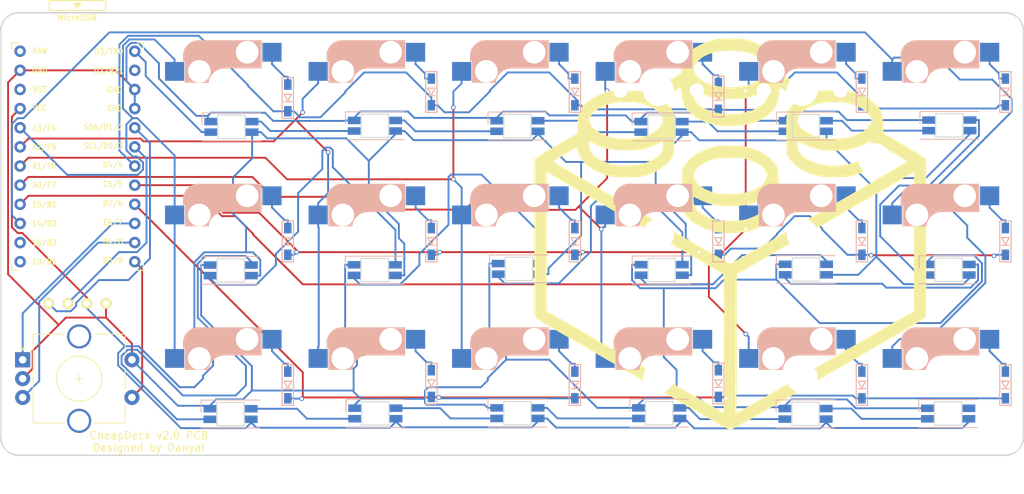
<source format=kicad_pcb>
(kicad_pcb (version 20211014) (generator pcbnew)
  (title_block (title "Corne Cherry") (date "2020-09-28") (rev "3.0.1") (company "foostan"))
  (layers (0 "F.Cu" signal) (31 "B.Cu" signal) (34 "B.Paste" user) (35 "F.Paste" user) (36 "B.SilkS" user "B.Silkscreen") (37 "F.SilkS" user "F.Silkscreen") (38 "B.Mask" user) (39 "F.Mask" user) (44 "Edge.Cuts" user))
  (net 0 "")
  (net 1 "row0")
  (net 2 "Net-(D1-Pad2)")
  (net 3 "row1")
  (net 4 "Net-(D2-Pad2)")
  (net 5 "row2")
  (net 6 "Net-(D3-Pad2)")
  (net 8 "Net-(D4-Pad2)")
  (net 9 "Net-(D5-Pad2)")
  (net 10 "Net-(D6-Pad2)")
  (net 11 "Net-(D7-Pad2)")
  (net 12 "Net-(D8-Pad2)")
  (net 13 "Net-(D9-Pad2)")
  (net 14 "Net-(D10-Pad2)")
  (net 15 "Net-(D11-Pad2)")
  (net 16 "Net-(D12-Pad2)")
  (net 17 "Net-(D13-Pad2)")
  (net 18 "Net-(D14-Pad2)")
  (net 19 "Net-(D15-Pad2)")
  (net 20 "Net-(D16-Pad2)")
  (net 21 "Net-(D17-Pad2)")
  (net 22 "Net-(D18-Pad2)")
  (net 23 "GND")
  (net 24 "col0")
  (net 25 "col1")
  (net 26 "col2")
  (net 27 "col3")
  (net 28 "col4")
  (net 29 "col5")
  (net 30 "LED")
  (net 32 "reset")
  (net 33 "SCL")
  (net 34 "SDA")
  (net 35 "ecPad1")
  (net 36 "ecPad2")
  (net 37 "ecSwitch")
  (net 40 "Net-(LED1-Pad2)")
  (net 41 "Net-(LED10-Pad2)")
  (net 42 "Net-(LED14-Pad2)")
  (net 43 "Net-(LED10-Pad4)")
  (net 44 "Net-(LED11-Pad2)")
  (net 45 "Net-(LED13-Pad2)")
  (net 46 "Net-(LED17-Pad2)")
  (net 47 "Net-(LED4-Pad2)")
  (net 48 "Net-(LED5-Pad2)")
  (net 49 "Net-(LED15-Pad2)")
  (net 50 "VCC")
  (net 51 "Net-(LED2-Pad2)")
  (net 52 "Net-(LED3-Pad2)")
  (net 53 "Net-(LED6-Pad2)")
  (net 54 "Net-(LED7-Pad2)")
  (net 55 "Net-(LED8-Pad2)")
  (net 56 "Net-(LED12-Pad2)")
  (net 57 "Net-(LED16-Pad2)")
  (footprint "kbd:CherryMX_Hotswap" (layer "F.Cu") (at 101.07 40.4425)
    (fp_text reference "SW1" hide)
    (fp_text value "SW_PUSH" hide)
  )
  (footprint "kbd:CherryMX_Hotswap" (layer "F.Cu") (at 120.12 40.4425)
    (fp_text reference "SW2" hide)
    (fp_text value "SW_PUSH" hide)
  )
  (footprint "kbd:CherryMX_Hotswap" (layer "F.Cu") (at 139.17 40.4425)
    (fp_text reference "SW3" hide)
    (fp_text value "SW_PUSH" hide)
  )
  (footprint "kbd:CherryMX_Hotswap" (layer "F.Cu") (at 158.22 40.4425)
    (fp_text reference "SW4" hide)
    (fp_text value "SW_PUSH" hide)
  )
  (footprint "kbd:CherryMX_Hotswap" (layer "F.Cu") (at 177.27 40.4425)
    (fp_text reference "SW5" hide)
    (fp_text value "SW_PUSH" hide)
  )
  (footprint "kbd:CherryMX_Hotswap" (layer "F.Cu") (at 101.07 59.4925)
    (fp_text reference "SW7" hide)
    (fp_text value "SW_PUSH" hide)
  )
  (footprint "kbd:CherryMX_Hotswap" (layer "F.Cu") (at 139.17 59.4925)
    (fp_text reference "SW9" hide)
    (fp_text value "SW_PUSH" hide)
  )
  (footprint "kbd:CherryMX_Hotswap" (layer "F.Cu") (at 158.22 59.4925)
    (fp_text reference "SW10" hide)
    (fp_text value "SW_PUSH" hide)
  )
  (footprint "kbd:CherryMX_Hotswap" (layer "F.Cu") (at 177.27 59.4925)
    (fp_text reference "SW11" hide)
    (fp_text value "SW_PUSH" hide)
  )
  (footprint "kbd:CherryMX_Hotswap" (layer "F.Cu") (at 196.32 59.4925)
    (fp_text reference "SW12" hide)
    (fp_text value "SW_PUSH" hide)
  )
  (footprint "kbd:CherryMX_Hotswap" (layer "F.Cu") (at 101.07 78.5425)
    (fp_text reference "SW13" hide)
    (fp_text value "SW_PUSH" hide)
  )
  (footprint "kbd:CherryMX_Hotswap" (layer "F.Cu") (at 120.12 78.5425)
    (fp_text reference "SW14" hide)
    (fp_text value "SW_PUSH" hide)
  )
  (footprint "kbd:CherryMX_Hotswap" (layer "F.Cu") (at 139.17 78.5425)
    (fp_text reference "SW15" hide)
    (fp_text value "SW_PUSH" hide)
  )
  (footprint "kbd:CherryMX_Hotswap" (layer "F.Cu") (at 158.22 78.5425)
    (fp_text reference "SW16" hide)
    (fp_text value "SW_PUSH" hide)
  )
  (footprint "kbd:CherryMX_Hotswap" (layer "F.Cu") (at 177.27 78.5425)
    (fp_text reference "SW17" hide)
    (fp_text value "SW_PUSH" hide)
  )
  (footprint "kbd:ProMicro_v3" (layer "F.Cu") (at 81.0836 49.7018)
    (fp_text reference "U1" hide)
    (fp_text value "ProMicro" hide)
  )
  (footprint "kbd:CherryMX_Hotswap" (layer "F.Cu") (at 120.12 59.4925)
    (fp_text reference "SW8" hide)
    (fp_text value "SW_PUSH" hide)
  )
  (footprint "kbd:CherryMX_Hotswap" (layer "F.Cu") (at 196.32 78.5425)
    (fp_text reference "SW18" hide)
    (fp_text value "SW_PUSH" hide)
  )
  (footprint "kbd:CherryMX_Hotswap" (layer "F.Cu") (at 196.32 40.4425)
    (fp_text reference "SW6" hide)
    (fp_text value "SW_PUSH" hide)
  )
  (footprint "kbd:brick" (layer "F.Cu") (at 167.745 59.4925)
    (fp_text reference "G***" hide)
    (fp_text value "LOGO" hide)
  )
  (footprint "MountingHole:MountingHole_4.3mm_M4" (layer "F.Cu") (at 186.89 68.8322)
    (fp_text reference "mountingHole1" hide)
    (fp_text value "MountingHole_4.3mm_M4")
  )
  (footprint "MountingHole:MountingHole_4.3mm_M4" (layer "F.Cu") (at 110.5417 49.7224)
    (fp_text reference "mountingHole3" hide)
    (fp_text value "MountingHole_4.3mm_M4")
  )
  (footprint "MountingHole:MountingHole_4.3mm_M4" (layer "F.Cu") (at 110.6042 68.9185)
    (fp_text reference "mountingHole4" hide)
    (fp_text value "MountingHole_4.3mm_M4")
  )
  (footprint "kbd:OLED_v2" (layer "F.Cu") (at 81.0675 68.7)
    (fp_text reference "OLED1")
    (fp_text value "OLED" hide)
  )
  (footprint "MountingHole:MountingHole_4.3mm_M4" (layer "F.Cu") (at 186.89 49.5881)
    (fp_text reference "mountingHole2" hide)
    (fp_text value "MountingHole_4.3mm_M4")
  )
  (footprint "Rotary_Encoder:RotaryEncoder_Alps_EC11E-Switch_Vertical_H20mm_CircularMountingHoles" (layer "F.Cu") (at 73.8175 76.1824)
    (fp_text reference "ENCODER1" hide)
    (fp_text value "RotaryEncoder_Switch")
  )
  (footprint "kbd:D3_SMD_v2" (layer "B.Cu") (at 109.0075 41.4237 90)
    (fp_text reference "D1" hide)
    (fp_text value "D" hide)
  )
  (footprint "kbd:D3_SMD_v2" (layer "B.Cu") (at 128.0575 40.63 90)
    (fp_text reference "D2" hide)
    (fp_text value "D" hide)
  )
  (footprint "kbd:D3_SMD_v2" (layer "B.Cu") (at 147.1075 40.63 90)
    (fp_text reference "D3" hide)
    (fp_text value "D" hide)
  )
  (footprint "kbd:D3_SMD_v2" (layer "B.Cu") (at 166.1575 41.2362 90)
    (fp_text reference "D4" hide)
    (fp_text value "D" hide)
  )
  (footprint "kbd:D3_SMD_v2" (layer "B.Cu") (at 185.2075 40.63 90)
    (fp_text reference "D5" hide)
    (fp_text value "D" hide)
  )
  (footprint "kbd:D3_SMD_v2" (layer "B.Cu") (at 204.2575 40.63 90)
    (fp_text reference "D6" hide)
    (fp_text value "D" hide)
  )
  (footprint "kbd:D3_SMD_v2" (layer "B.Cu") (at 109.0075 60.4737 90)
    (fp_text reference "D7" hide)
    (fp_text value "D" hide)
  )
  (footprint "kbd:D3_SMD_v2" (layer "B.Cu") (at 128.0575 60.4737 90)
    (fp_text reference "D8" hide)
    (fp_text value "D" hide)
  )
  (footprint "kbd:D3_SMD_v2" (layer "B.Cu") (at 147.1075 60.4737 90)
    (fp_text reference "D9" hide)
    (fp_text value "D" hide)
  )
  (footprint "kbd:D3_SMD_v2" (layer "B.Cu") (at 166.1575 60.4737 90)
    (fp_text reference "D10" hide)
    (fp_text value "D" hide)
  )
  (footprint "kbd:D3_SMD_v2" (layer "B.Cu") (at 185.2075 60.4737 90)
    (fp_text reference "D11" hide)
    (fp_text value "D" hide)
  )
  (footprint "kbd:D3_SMD_v2" (layer "B.Cu") (at 204.2575 60.4737 90)
    (fp_text reference "D12" hide)
    (fp_text value "D" hide)
  )
  (footprint "kbd:D3_SMD_v2" (layer "B.Cu") (at 109.0075 79.5237 90)
    (fp_text reference "D13" hide)
    (fp_text value "D" hide)
  )
  (footprint "kbd:D3_SMD_v2" (layer "B.Cu") (at 128.0575 79.3362 90)
    (fp_text reference "D14" hide)
    (fp_text value "D" hide)
  )
  (footprint "kbd:D3_SMD_v2" (layer "B.Cu") (at 147.1075 79.5237 90)
    (fp_text reference "D15" hide)
    (fp_text value "D" hide)
  )
  (footprint "kbd:D3_SMD_v2" (layer "B.Cu") (at 166.1575 79.3362 90)
    (fp_text reference "D16" hide)
    (fp_text value "D" hide)
  )
  (footprint "kbd:D3_SMD_v2" (layer "B.Cu") (at 185.2075 79.5237 90)
    (fp_text reference "D17" hide)
    (fp_text value "D" hide)
  )
  (footprint "kbd:D3_SMD_v2" (layer "B.Cu") (at 204.2575 79.5237 90)
    (fp_text reference "D18" hide)
    (fp_text value "D" hide)
  )
  (footprint "kbd:YS-SK6812MINI-E" (layer "B.Cu") (at 158.3021 83.2654)
    (fp_text reference "LED16")
    (fp_text value "YS-SK6812MINI-E")
    (fp_line (start 1.8 1.55) (end -1.8 1.55) (layer "Edge.Cuts") (width 0.12))
    (fp_line (start 1.8 -1.55) (end 1.8 1.55) (layer "Edge.Cuts") (width 0.12))
    (fp_line (start -1.8 1.55) (end -1.8 -1.55) (layer "Edge.Cuts") (width 0.12))
    (fp_line (start -1.8 -1.55) (end 1.8 -1.55) (layer "Edge.Cuts") (width 0.12))
  )
  (footprint "kbd:YS-SK6812MINI-E" (layer "B.Cu") (at 139.4807 83.2654)
    (fp_text reference "LED15")
    (fp_text value "YS-SK6812MINI-E")
    (fp_line (start -1.8 1.55) (end -1.8 -1.55) (layer "Edge.Cuts") (width 0.12))
    (fp_line (start -1.8 -1.55) (end 1.8 -1.55) (layer "Edge.Cuts") (width 0.12))
    (fp_line (start 1.8 -1.55) (end 1.8 1.55) (layer "Edge.Cuts") (width 0.12))
    (fp_line (start 1.8 1.55) (end -1.8 1.55) (layer "Edge.Cuts") (width 0.12))
  )
  (footprint "kbd:YS-SK6812MINI-E" (layer "B.Cu") (at 139.6839 64.1138)
    (fp_text reference "LED10")
    (fp_text value "YS-SK6812MINI-E")
    (fp_line (start -1.8 -1.55) (end 1.8 -1.55) (layer "Edge.Cuts") (width 0.12))
    (fp_line (start -1.8 1.55) (end -1.8 -1.55) (layer "Edge.Cuts") (width 0.12))
    (fp_line (start 1.8 -1.55) (end 1.8 1.55) (layer "Edge.Cuts") (width 0.12))
    (fp_line (start 1.8 1.55) (end -1.8 1.55) (layer "Edge.Cuts") (width 0.12))
  )
  (footprint "kbd:YS-SK6812MINI-E" (layer "B.Cu") (at 158.6264 64.255)
    (fp_text reference "LED9")
    (fp_text value "YS-SK6812MINI-E")
    (fp_line (start -1.8 -1.55) (end 1.8 -1.55) (layer "Edge.Cuts") (width 0.12))
    (fp_line (start -1.8 1.55) (end -1.8 -1.55) (layer "Edge.Cuts") (width 0.12))
    (fp_line (start 1.8 -1.55) (end 1.8 1.55) (layer "Edge.Cuts") (width 0.12))
    (fp_line (start 1.8 1.55) (end -1.8 1.55) (layer "Edge.Cuts") (width 0.12))
  )
  (footprint "kbd:YS-SK6812MINI-E" (layer "B.Cu") (at 158.6069 45.267)
    (fp_text reference "LED4")
    (fp_text value "YS-SK6812MINI-E")
    (fp_line (start 1.8 -1.55) (end 1.8 1.55) (layer "Edge.Cuts") (width 0.12))
    (fp_line (start -1.8 -1.55) (end 1.8 -1.55) (layer "Edge.Cuts") (width 0.12))
    (fp_line (start -1.8 1.55) (end -1.8 -1.55) (layer "Edge.Cuts") (width 0.12))
    (fp_line (start 1.8 1.55) (end -1.8 1.55) (layer "Edge.Cuts") (width 0.12))
  )
  (footprint "kbd:YS-SK6812MINI-E" (layer "B.Cu") (at 139.4807 45.1527)
    (fp_text reference "LED3")
    (fp_text value "YS-SK6812MINI-E")
    (fp_line (start 1.8 1.55) (end -1.8 1.55) (layer "Edge.Cuts") (width 0.12))
    (fp_line (start -1.8 1.55) (end -1.8 -1.55) (layer "Edge.Cuts") (width 0.12))
    (fp_line (start -1.8 -1.55) (end 1.8 -1.55) (layer "Edge.Cuts") (width 0.12))
    (fp_line (start 1.8 -1.55) (end 1.8 1.55) (layer "Edge.Cuts") (width 0.12))
  )
  (footprint "kbd:YS-SK6812MINI-E" (layer "B.Cu") (at 177.7204 83.3543)
    (fp_text reference "LED17")
    (fp_text value "YS-SK6812MINI-E")
    (fp_line (start -1.8 1.55) (end -1.8 -1.55) (layer "Edge.Cuts") (width 0.12))
    (fp_line (start 1.8 -1.55) (end 1.8 1.55) (layer "Edge.Cuts") (width 0.12))
    (fp_line (start -1.8 -1.55) (end 1.8 -1.55) (layer "Edge.Cuts") (width 0.12))
    (fp_line (start 1.8 1.55) (end -1.8 1.55) (layer "Edge.Cuts") (width 0.12))
  )
  (footprint "kbd:YS-SK6812MINI-E" (layer "B.Cu") (at 120.628 83.305)
    (fp_text reference "LED14")
    (fp_text value "YS-SK6812MINI-E")
    (fp_line (start 1.8 -1.55) (end 1.8 1.55) (layer "Edge.Cuts") (width 0.12))
    (fp_line (start 1.8 1.55) (end -1.8 1.55) (layer "Edge.Cuts") (width 0.12))
    (fp_line (start -1.8 1.55) (end -1.8 -1.55) (layer "Edge.Cuts") (width 0.12))
    (fp_line (start -1.8 -1.55) (end 1.8 -1.55) (layer "Edge.Cuts") (width 0.12))
  )
  (footprint "kbd:YS-SK6812MINI-E" (layer "B.Cu") (at 120.545 64.2789)
    (fp_text reference "LED11")
    (fp_text value "YS-SK6812MINI-E")
    (fp_line (start 1.8 1.55) (end -1.8 1.55) (layer "Edge.Cuts") (width 0.12))
    (fp_line (start -1.8 -1.55) (end 1.8 -1.55) (layer "Edge.Cuts") (width 0.12))
    (fp_line (start -1.8 1.55) (end -1.8 -1.55) (layer "Edge.Cuts") (width 0.12))
    (fp_line (start 1.8 -1.55) (end 1.8 1.55) (layer "Edge.Cuts") (width 0.12))
  )
  (footprint "kbd:YS-SK6812MINI-E" (layer "B.Cu") (at 177.7712 64.2027)
    (fp_text reference "LED8")
    (fp_text value "YS-SK6812MINI-E")
    (fp_line (start -1.8 -1.55) (end 1.8 -1.55) (layer "Edge.Cuts") (width 0.12))
    (fp_line (start -1.8 1.55) (end -1.8 -1.55) (layer "Edge.Cuts") (width 0.12))
    (fp_line (start 1.8 1.55) (end -1.8 1.55) (layer "Edge.Cuts") (width 0.12))
    (fp_line (start 1.8 -1.55) (end 1.8 1.55) (layer "Edge.Cuts") (width 0.12))
  )
  (footprint "kbd:YS-SK6812MINI-E" (layer "B.Cu") (at 177.7585 45.1527)
    (fp_text reference "LED5")
    (fp_text value "YS-SK6812MINI-E")
    (fp_line (start 1.8 1.55) (end -1.8 1.55) (layer "Edge.Cuts") (width 0.12))
    (fp_line (start -1.8 1.55) (end -1.8 -1.55) (layer "Edge.Cuts") (width 0.12))
    (fp_line (start -1.8 -1.55) (end 1.8 -1.55) (layer "Edge.Cuts") (width 0.12))
    (fp_line (start 1.8 -1.55) (end 1.8 1.55) (layer "Edge.Cuts") (width 0.12))
  )
  (footprint "kbd:YS-SK6812MINI-E" (layer "B.Cu") (at 120.5704 45.1146)
    (fp_text reference "LED2")
    (fp_text value "YS-SK6812MINI-E")
    (fp_line (start 1.8 1.55) (end -1.8 1.55) (layer "Edge.Cuts") (width 0.12))
    (fp_line (start 1.8 -1.55) (end 1.8 1.55) (layer "Edge.Cuts") (width 0.12))
    (fp_line (start -1.8 1.55) (end -1.8 -1.55) (layer "Edge.Cuts") (width 0.12))
    (fp_line (start -1.8 -1.55) (end 1.8 -1.55) (layer "Edge.Cuts") (width 0.12))
  )
  (footprint "kbd:YS-SK6812MINI-E" (layer "B.Cu") (at 196.6561 83.3162)
    (fp_text reference "LED18")
    (fp_text value "YS-SK6812MINI-E")
    (fp_line (start -1.8 1.55) (end -1.8 -1.55) (layer "Edge.Cuts") (width 0.12))
    (fp_line (start 1.8 -1.55) (end 1.8 1.55) (layer "Edge.Cuts") (width 0.12))
    (fp_line (start -1.8 -1.55) (end 1.8 -1.55) (layer "Edge.Cuts") (width 0.12))
    (fp_line (start 1.8 1.55) (end -1.8 1.55) (layer "Edge.Cuts") (width 0.12))
  )
  (footprint "kbd:YS-SK6812MINI-E" (layer "B.Cu") (at 101.4061 83.3797)
    (fp_text reference "LED13")
    (fp_text value "YS-SK6812MINI-E")
    (fp_line (start 1.8 1.55) (end -1.8 1.55) (layer "Edge.Cuts") (width 0.12))
    (fp_line (start -1.8 -1.55) (end 1.8 -1.55) (layer "Edge.Cuts") (width 0.12))
    (fp_line (start -1.8 1.55) (end -1.8 -1.55) (layer "Edge.Cuts") (width 0.12))
    (fp_line (start 1.8 -1.55) (end 1.8 1.55) (layer "Edge.Cuts") (width 0.12))
  )
  (footprint "kbd:YS-SK6812MINI-E" (layer "B.Cu") (at 101.4315 64.3073)
    (fp_text reference "LED12")
    (fp_text value "YS-SK6812MINI-E")
    (fp_line (start 1.8 1.55) (end -1.8 1.55) (layer "Edge.Cuts") (width 0.12))
    (fp_line (start -1.8 -1.55) (end 1.8 -1.55) (layer "Edge.Cuts") (width 0.12))
    (fp_line (start -1.8 1.55) (end -1.8 -1.55) (layer "Edge.Cuts") (width 0.12))
    (fp_line (start 1.8 -1.55) (end 1.8 1.55) (layer "Edge.Cuts") (width 0.12))
  )
  (footprint "kbd:YS-SK6812MINI-E" (layer "B.Cu") (at 196.7069 64.2311)
    (fp_text reference "LED7")
    (fp_text value "YS-SK6812MINI-E")
    (fp_line (start 1.8 1.55) (end -1.8 1.55) (layer "Edge.Cuts") (width 0.12))
    (fp_line (start 1.8 -1.55) (end 1.8 1.55) (layer "Edge.Cuts") (width 0.12))
    (fp_line (start -1.8 -1.55) (end 1.8 -1.55) (layer "Edge.Cuts") (width 0.12))
    (fp_line (start -1.8 1.55) (end -1.8 -1.55) (layer "Edge.Cuts") (width 0.12))
  )
  (footprint "kbd:YS-SK6812MINI-E" (layer "B.Cu") (at 196.8153 45.0653)
    (fp_text reference "LED6")
    (fp_text value "YS-SK6812MINI-E")
    (fp_line (start -1.8 1.55) (end -1.8 -1.55) (layer "Edge.Cuts") (width 0.12))
    (fp_line (start 1.8 -1.55) (end 1.8 1.55) (layer "Edge.Cuts") (width 0.12))
    (fp_line (start 1.8 1.55) (end -1.8 1.55) (layer "Edge.Cuts") (width 0.12))
    (fp_line (start -1.8 -1.55) (end 1.8 -1.55) (layer "Edge.Cuts") (width 0.12))
  )
  (footprint "kbd:YS-SK6812MINI-E" (layer "B.Cu") (at 101.5204 45.267)
    (fp_text reference "LED1")
    (fp_text value "YS-SK6812MINI-E")
    (fp_line (start -1.8 1.55) (end -1.8 -1.55) (layer "Edge.Cuts") (width 0.12))
    (fp_line (start 1.8 -1.55) (end 1.8 1.55) (layer "Edge.Cuts") (width 0.12))
    (fp_line (start -1.8 -1.55) (end 1.8 -1.55) (layer "Edge.Cuts") (width 0.12))
    (fp_line (start 1.8 1.55) (end -1.8 1.55) (layer "Edge.Cuts") (width 0.12))
  )
  (gr_line (start 70.9075 86.48) (end 70.9075 32.505) (layer "Edge.Cuts") (width 0.2))
  (gr_line (start 73.28875 30.12375) (end 204.2575 30.12375) (layer "Edge.Cuts") (width 0.2))
  (gr_line (start 206.63875 32.505) (end 206.63875 86.48) (layer "Edge.Cuts") (width 0.2))
  (gr_line (start 204.2575 88.86125) (end 73.28875 88.86125) (layer "Edge.Cuts") (width 0.2))
  (gr_arc (start 73.28875 88.86125) (mid 71.604952 88.163798) (end 70.9075 86.48) (layer "Edge.Cuts") (width 0.2))
  (gr_arc (start 70.9075 32.505) (mid 71.604952 30.821202) (end 73.28875 30.12375) (layer "Edge.Cuts") (width 0.2))
  (gr_arc (start 206.63875 86.48) (mid 205.941298 88.163798) (end 204.2575 88.86125) (layer "Edge.Cuts") (width 0.2))
  (gr_arc (start 204.2575 30.12375) (mid 205.941298 30.821202) (end 206.63875 32.505) (layer "Edge.Cuts") (width 0.2))
  (gr_text "CheapDeck v2.0 PCB\nDesigned by Danyal" (at 90.581647 87.031452) (layer "F.SilkS") (effects (font (size 1 1))))
  (segment (start 128.0575 42.405) (end 128.8828 42.405) (width 0.25) (layer "B.Cu") (net 1))
  (segment (start 173.9523 40.5577) (end 171.4988 43.0112) (width 0.25) (layer "B.Cu") (net 1))
  (segment (start 143.7173 38.0425) (end 138.2016 38.0425) (width 0.25) (layer "B.Cu") (net 1))
  (segment (start 113.3428 43.9968) (end 110.6309 43.9968) (width 0.25) (layer "B.Cu") (net 1))
  (segment (start 166.1575 43.0112) (end 165.3322 43.0112) (width 0.25) (layer "B.Cu") (net 1))
  (segment (start 97.1825 33.173) (end 87.8217 33.173) (width 0.25) (layer "B.Cu") (net 1))
  (segment (start 185.2075 41.3797) (end 181.8703 38.0425) (width 0.25) (layer "B.Cu") (net 1))
  (segment (start 204.2575 42.405) (end 203.4322 42.405) (width 0.25) (layer "B.Cu") (net 1))
  (segment (start 173.9523 40.3918) (end 173.9523 40.5577) (width 0.25) (layer "B.Cu") (net 1))
  (segment (start 185.2075 42.405) (end 186.0328 42.405) (width 0.25) (layer "B.Cu") (net 1))
  (segment (start 171.4988 43.0112) (end 166.1575 43.0112) (width 0.25) (layer "B.Cu") (net 1))
  (segment (start 129.8099 43.3321) (end 128.8828 42.405) (width 0.25) (layer "B.Cu") (net 1))
  (segment (start 128.0575 42.405) (end 128.0575 41.3797) (width 0.25) (layer "B.Cu") (net 1))
  (segment (start 135.8523 40.5308) (end 133.051 43.3321) (width 0.25) (layer "B.Cu") (net 1))
  (segment (start 165.2521 42.9311) (end 165.3322 43.0112) (width 0.25) (layer "B.Cu") (net 1))
  (segment (start 147.1075 42.405) (end 147.5202 42.405) (width 0.25) (layer "B.Cu") (net 1))
  (segment (start 116.6406 40.699) (end 113.3428 43.9968) (width 0.25) (layer "B.Cu") (net 1))
  (segment (start 147.5202 42.405) (end 147.5202 41.8454) (width 0.25) (layer "B.Cu") (net 1))
  (segment (start 181.8703 38.0425) (end 176.3016 38.0425) (width 0.25) (layer "B.Cu") (net 1))
  (segment (start 116.6406 40.5535) (end 116.6406 40.699) (width 0.25) (layer "B.Cu") (net 1))
  (segment (start 185.2075 42.405) (end 185.2075 41.3797) (width 0.25) (layer "B.Cu") (net 1))
  (segment (start 133.051 43.3321) (end 129.8099 43.3321) (width 0.25) (layer "B.Cu") (net 1))
  (segment (start 176.3016 38.0425) (end 173.9523 40.3918) (width 0.25) (layer "B.Cu") (net 1))
  (segment (start 107.0976 43.1987) (end 103.7331 39.8342) (width 0.25) (layer "B.Cu") (net 1))
  (segment (start 147.5202 41.8454) (end 143.7173 38.0425) (width 0.25) (layer "B.Cu") (net 1))
  (segment (start 124.7203 38.0425) (end 119.1516 38.0425) (width 0.25) (layer "B.Cu") (net 1))
  (segment (start 109.0075 43.1987) (end 109.8328 43.1987) (width 0.25) (layer "B.Cu") (net 1))
  (segment (start 108.1822 43.1987) (end 107.0976 43.1987) (width 0.25) (layer "B.Cu") (net 1))
  (segment (start 110.6309 43.9968) (end 109.8328 43.1987) (width 0.25) (layer "B.Cu") (net 1))
  (segment (start 128.0575 41.3797) (end 124.7203 38.0425) (width 0.25) (layer "B.Cu") (net 1))
  (segment (start 148.4589 42.9311) (end 165.2521 42.9311) (width 0.25) (layer "B.Cu") (net 1))
  (segment (start 203.4322 42.405) (end 203.0083 42.8289) (width 0.25) (layer "B.Cu") (net 1))
  (segment (start 86.6637 34.331) (end 86.6637 48.4325) (width 0.25) (layer "B.Cu") (net 1))
  (segment (start 138.2016 38.0425) (end 135.8523 40.3918) (width 0.25) (layer "B.Cu") (net 1))
  (segment (start 119.1516 38.0425) (end 116.6406 40.5535) (width 0.25) (layer "B.Cu") (net 1))
  (segment (start 147.5202 42.405) (end 147.9328 42.405) (width 0.25) (layer "B.Cu") (net 1))
  (segment (start 135.8523 40.3918) (end 135.8523 40.5308) (width 0.25) (layer "B.Cu") (net 1))
  (segment (start 109.0075 43.1987) (end 108.1822 43.1987) (width 0.25) (layer "B.Cu") (net 1))
  (segment (start 186.4567 42.8289) (end 186.0328 42.405) (width 0.25) (layer "B.Cu") (net 1))
  (segment (start 203.0083 42.8289) (end 186.4567 42.8289) (width 0.25) (layer "B.Cu") (net 1))
  (segment (start 87.8217 33.173) (end 86.6637 34.331) (width 0.25) (layer "B.Cu") (net 1))
  (segment (start 103.7331 39.8342) (end 103.7331 39.7236) (width 0.25) (layer "B.Cu") (net 1))
  (segment (start 86.6637 48.4325) (end 88.695 50.4638) (width 0.25) (layer "B.Cu") (net 1))
  (segment (start 103.7331 39.7236) (end 97.1825 33.173) (width 0.25) (layer "B.Cu") (net 1))
  (segment (start 147.9328 42.405) (end 148.4589 42.9311) (width 0.25) (layer "B.Cu") (net 1))
  (segment (start 106.912 35.3625) (end 106.912 36.9378) (width 0.25) (layer "B.Cu") (net 2))
  (segment (start 108.5976 38.6234) (end 106.912 36.9378) (width 0.25) (layer "B.Cu") (net 2))
  (segment (start 109.0075 39.6487) (end 109.0075 38.6234) (width 0.25) (layer "B.Cu") (net 2))
  (segment (start 109.0075 38.6234) (end 108.5976 38.6234) (width 0.25) (layer "B.Cu") (net 2))
  (segment (start 96.8 53.0038) (end 88.695 53.0038) (width 0.25) (layer "F.Cu") (net 3))
  (segment (start 148.1473 61.8937) (end 129.161 61.8937) (width 0.25) (layer "F.Cu") (net 3))
  (segment (start 110.1878 61.8937) (end 110.1878 61.6522) (width 0.25) (layer "F.Cu") (net 3))
  (segment (start 202.7371 62.3846) (end 202.6638 62.3113) (width 0.25) (layer "F.Cu") (net 3))
  (segment (start 100.463 56.6668) (end 96.8 53.0038) (width 0.25) (layer "F.Cu") (net 3))
  (segment (start 163.5708 61.8937) (end 148.1473 61.8937) (width 0.25) (layer "F.Cu") (net 3))
  (segment (start 110.1878 61.6522) (end 105.2024 56.6668) (width 0.25) (layer "F.Cu") (net 3))
  (segment (start 202.6638 62.3113) (end 186.4285 62.3113) (width 0.25) (layer "F.Cu") (net 3))
  (segment (start 129.161 61.8937) (end 110.1878 61.8937) (width 0.25) (layer "F.Cu") (net 3))
  (segment (start 105.2024 56.6668) (end 100.463 56.6668) (width 0.25) (layer "F.Cu") (net 3))
  (via (at 186.4285 62.3113) (size 0.6) (drill 0.4) (layers "F.Cu" "B.Cu") (net 3))
  (via (at 110.1878 61.8937) (size 0.6) (drill 0.4) (layers "F.Cu" "B.Cu") (net 3))
  (via (at 163.5708 61.8937) (size 0.6) (drill 0.4) (layers "F.Cu" "B.Cu") (net 3))
  (via (at 148.1473 61.8937) (size 0.6) (drill 0.4) (layers "F.Cu" "B.Cu") (net 3))
  (via (at 129.161 61.8937) (size 0.6) (drill 0.4) (layers "F.Cu" "B.Cu") (net 3))
  (via (at 202.7371 62.3846) (size 0.6) (drill 0.4) (layers "F.Cu" "B.Cu") (net 3))
  (segment (start 186.4285 62.3113) (end 186.3659 62.2487) (width 0.25) (layer "B.Cu") (net 3))
  (segment (start 185.2075 62.2487) (end 183.2907 62.2487) (width 0.25) (layer "B.Cu") (net 3))
  (segment (start 186.3659 62.2487) (end 186.0328 62.2487) (width 0.25) (layer "B.Cu") (net 3))
  (segment (start 179.9331 58.739) (end 178.3077 57.1136) (width 0.25) (layer "B.Cu") (net 3))
  (segment (start 166.1575 62.2487) (end 163.9258 62.2487) (width 0.25) (layer "B.Cu") (net 3))
  (segment (start 147.1075 62.2487) (end 147.9328 62.2487) (width 0.25) (layer "B.Cu") (net 3))
  (segment (start 204.2575 62.2487) (end 202.873 62.2487) (width 0.25) (layer "B.Cu") (net 3))
  (segment (start 176.2805 57.1136) (end 173.9523 59.4418) (width 0.25) (layer "B.Cu") (net 3))
  (segment (start 128.8828 62.2487) (end 128.8828 62.1719) (width 0.25) (layer "B.Cu") (net 3))
  (segment (start 166.5702 62.2487) (end 166.9828 62.2487) (width 0.25) (layer "B.Cu") (net 3))
  (segment (start 166.5702 62.2487) (end 166.1575 62.2487) (width 0.25) (layer "B.Cu") (net 3))
  (segment (start 179.9331 58.8911) (end 179.9331 58.739) (width 0.25) (layer "B.Cu") (net 3))
  (segment (start 173.9523 59.4418) (end 173.9523 59.5399) (width 0.25) (layer "B.Cu") (net 3))
  (segment (start 147.9328 62.1082) (end 147.9328 62.2487) (width 0.25) (layer "B.Cu") (net 3))
  (segment (start 185.2075 62.2487) (end 186.0328 62.2487) (width 0.25) (layer "B.Cu") (net 3))
  (segment (start 109.8328 62.2487) (end 110.1878 61.8937) (width 0.25) (layer "B.Cu") (net 3))
  (segment (start 167.8081 61.4234) (end 166.9828 62.2487) (width 0.25) (layer "B.Cu") (net 3))
  (segment (start 148.1473 61.8937) (end 147.9328 62.1082) (width 0.25) (layer "B.Cu") (net 3))
  (segment (start 183.2907 62.2487) (end 179.9331 58.8911) (width 0.25) (layer "B.Cu") (net 3))
  (segment (start 109.0075 62.2487) (end 109.8328 62.2487) (width 0.25) (layer "B.Cu") (net 3))
  (segment (start 172.0688 61.4234) (end 167.8081 61.4234) (width 0.25) (layer "B.Cu") (net 3))
  (segment (start 173.9523 59.5399) (end 172.0688 61.4234) (width 0.25) (layer "B.Cu") (net 3))
  (segment (start 163.9258 62.2487) (end 163.5708 61.8937) (width 0.25) (layer "B.Cu") (net 3))
  (segment (start 178.3077 57.1136) (end 176.2805 57.1136) (width 0.25) (layer "B.Cu") (net 3))
  (segment (start 128.8828 62.1719) (end 129.161 61.8937) (width 0.25) (layer "B.Cu") (net 3))
  (segment (start 128.0575 62.2487) (end 128.8828 62.2487) (width 0.25) (layer "B.Cu") (net 3))
  (segment (start 202.873 62.2487) (end 202.7371 62.3846) (width 0.25) (layer "B.Cu") (net 3))
  (segment (start 128.0575 38.855) (end 127.2322 38.855) (width 0.25) (layer "B.Cu") (net 4))
  (segment (start 127.2322 38.855) (end 127.2322 38.208) (width 0.25) (layer "B.Cu") (net 4))
  (segment (start 125.962 35.3625) (end 125.962 36.9378) (width 0.25) (layer "B.Cu") (net 4))
  (segment (start 127.2322 38.208) (end 125.962 36.9378) (width 0.25) (layer "B.Cu") (net 4))
  (segment (start 111.0015 81.1793) (end 110.8432 81.3376) (width 0.25) (layer "F.Cu") (net 5))
  (segment (start 111.0015 77.8503) (end 88.695 55.5438) (width 0.25) (layer "F.Cu") (net 5))
  (segment (start 167.0771 81.1793) (end 129.091 81.1793) (width 0.25) (layer "F.Cu") (net 5))
  (segment (start 167.1724 81.2746) (end 167.0771 81.1793) (width 0.25) (layer "F.Cu") (net 5))
  (segment (start 111.0015 81.1793) (end 111.0015 77.8503) (width 0.25) (layer "F.Cu") (net 5))
  (segment (start 129.091 81.1793) (end 111.0015 81.1793) (width 0.25) (layer "F.Cu") (net 5))
  (via (at 129.091 81.1793) (size 0.6) (drill 0.4) (layers "F.Cu" "B.Cu") (net 5))
  (via (at 167.1724 81.2746) (size 0.6) (drill 0.4) (layers "F.Cu" "B.Cu") (net 5))
  (via (at 110.8432 81.3376) (size 0.6) (drill 0.4) (layers "F.Cu" "B.Cu") (net 5))
  (segment (start 166.9828 81.1112) (end 167.009 81.1112) (width 0.25) (layer "B.Cu") (net 5))
  (segment (start 147.1075 81.2987) (end 129.2104 81.2987) (width 0.25) (layer "B.Cu") (net 5))
  (segment (start 167.009 81.1112) (end 167.1724 81.2746) (width 0.25) (layer "B.Cu") (net 5))
  (segment (start 184.3822 81.2987) (end 184.0171 80.9336) (width 0.25) (layer "B.Cu") (net 5))
  (segment (start 204.2575 81.2987) (end 185.2075 81.2987) (width 0.25) (layer "B.Cu") (net 5))
  (segment (start 128.9509 81.1793) (end 129.091 81.1793) (width 0.25) (layer "B.Cu") (net 5))
  (segment (start 185.2075 81.2987) (end 184.3822 81.2987) (width 0.25) (layer "B.Cu") (net 5))
  (segment (start 166.1575 81.1112) (end 166.9828 81.1112) (width 0.25) (layer "B.Cu") (net 5))
  (segment (start 128.0575 81.1112) (end 128.8828 81.1112) (width 0.25) (layer "B.Cu") (net 5))
  (segment (start 110.8432 81.3376) (end 109.8717 81.3376) (width 0.25) (layer "B.Cu") (net 5))
  (segment (start 167.5134 80.9336) (end 167.1724 81.2746) (width 0.25) (layer "B.Cu") (net 5))
  (segment (start 109.0075 81.2987) (end 109.8328 81.2987) (width 0.25) (layer "B.Cu") (net 5))
  (segment (start 128.8828 81.1112) (end 128.9509 81.1793) (width 0.25) (layer "B.Cu") (net 5))
  (segment (start 109.8717 81.3376) (end 109.8328 81.2987) (width 0.25) (layer "B.Cu") (net 5))
  (segment (start 129.2104 81.2987) (end 129.091 81.1793) (width 0.25) (layer "B.Cu") (net 5))
  (segment (start 184.0171 80.9336) (end 167.5134 80.9336) (width 0.25) (layer "B.Cu") (net 5))
  (segment (start 147.1075 38.855) (end 146.2822 38.855) (width 0.25) (layer "B.Cu") (net 6))
  (segment (start 146.2822 38.855) (end 146.2822 38.208) (width 0.25) (layer "B.Cu") (net 6))
  (segment (start 146.2822 38.208) (end 145.012 36.9378) (width 0.25) (layer "B.Cu") (net 6))
  (segment (start 145.012 35.3625) (end 145.012 36.9378) (width 0.25) (layer "B.Cu") (net 6))
  (segment (start 166.1575 38.4359) (end 165.5601 38.4359) (width 0.25) (layer "B.Cu") (net 8))
  (segment (start 166.1575 39.4612) (end 166.1575 38.4359) (width 0.25) (layer "B.Cu") (net 8))
  (segment (start 164.062 35.3625) (end 164.062 36.9378) (width 0.25) (layer "B.Cu") (net 8))
  (segment (start 165.5601 38.4359) (end 164.062 36.9378) (width 0.25) (layer "B.Cu") (net 8))
  (segment (start 184.3822 38.855) (end 184.3822 38.208) (width 0.25) (layer "B.Cu") (net 9))
  (segment (start 185.2075 38.855) (end 184.3822 38.855) (width 0.25) (layer "B.Cu") (net 9))
  (segment (start 184.3822 38.208) (end 183.112 36.9378) (width 0.25) (layer "B.Cu") (net 9))
  (segment (start 183.112 35.3625) (end 183.112 36.9378) (width 0.25) (layer "B.Cu") (net 9))
  (segment (start 203.4322 38.855) (end 203.4322 38.208) (width 0.25) (layer "B.Cu") (net 10))
  (segment (start 203.4322 38.208) (end 202.162 36.9378) (width 0.25) (layer "B.Cu") (net 10))
  (segment (start 202.162 35.3625) (end 202.162 36.9378) (width 0.25) (layer "B.Cu") (net 10))
  (segment (start 204.2575 38.855) (end 203.4322 38.855) (width 0.25) (layer "B.Cu") (net 10))
  (segment (start 108.5976 57.6734) (end 106.912 55.9878) (width 0.25) (layer "B.Cu") (net 11))
  (segment (start 109.0075 57.6734) (end 108.5976 57.6734) (width 0.25) (layer "B.Cu") (net 11))
  (segment (start 109.0075 58.6987) (end 109.0075 57.6734) (width 0.25) (layer "B.Cu") (net 11))
  (segment (start 106.912 54.4125) (end 106.912 55.9878) (width 0.25) (layer "B.Cu") (net 11))
  (segment (start 128.0575 58.6987) (end 128.0575 57.6734) (width 0.25) (layer "B.Cu") (net 12))
  (segment (start 125.962 54.4125) (end 125.962 55.9878) (width 0.25) (layer "B.Cu") (net 12))
  (segment (start 128.0575 57.6734) (end 127.6476 57.6734) (width 0.25) (layer "B.Cu") (net 12))
  (segment (start 127.6476 57.6734) (end 125.962 55.9878) (width 0.25) (layer "B.Cu") (net 12))
  (segment (start 145.012 54.4125) (end 145.012 55.9878) (width 0.25) (layer "B.Cu") (net 13))
  (segment (start 147.1075 58.6987) (end 147.1075 57.6734) (width 0.25) (layer "B.Cu") (net 13))
  (segment (start 147.1075 57.6734) (end 146.6976 57.6734) (width 0.25) (layer "B.Cu") (net 13))
  (segment (start 146.6976 57.6734) (end 145.012 55.9878) (width 0.25) (layer "B.Cu") (net 13))
  (segment (start 166.1575 57.6734) (end 165.7476 57.6734) (width 0.25) (layer "B.Cu") (net 14))
  (segment (start 165.7476 57.6734) (end 164.062 55.9878) (width 0.25) (layer "B.Cu") (net 14))
  (segment (start 166.1575 58.6987) (end 166.1575 57.6734) (width 0.25) (layer "B.Cu") (net 14))
  (segment (start 164.062 54.4125) (end 164.062 55.9878) (width 0.25) (layer "B.Cu") (net 14))
  (segment (start 184.7976 57.6734) (end 183.112 55.9878) (width 0.25) (layer "B.Cu") (net 15))
  (segment (start 183.112 54.4125) (end 183.112 55.9878) (width 0.25) (layer "B.Cu") (net 15))
  (segment (start 185.2075 58.6987) (end 185.2075 57.6734) (width 0.25) (layer "B.Cu") (net 15))
  (segment (start 185.2075 57.6734) (end 184.7976 57.6734) (width 0.25) (layer "B.Cu") (net 15))
  (segment (start 202.162 54.4125) (end 202.162 55.9878) (width 0.25) (layer "B.Cu") (net 16))
  (segment (start 204.2575 58.6987) (end 204.2575 57.6734) (width 0.25) (layer "B.Cu") (net 16))
  (segment (start 204.2575 57.6734) (end 203.8476 57.6734) (width 0.25) (layer "B.Cu") (net 16))
  (segment (start 203.8476 57.6734) (end 202.162 55.9878) (width 0.25) (layer "B.Cu") (net 16))
  (segment (start 106.912 73.4625) (end 106.912 75.0378) (width 0.25) (layer "B.Cu") (net 17))
  (segment (start 109.0075 77.7487) (end 109.0075 76.7234) (width 0.25) (layer "B.Cu") (net 17))
  (segment (start 109.0075 76.7234) (end 108.5976 76.7234) (width 0.25) (layer "B.Cu") (net 17))
  (segment (start 108.5976 76.7234) (end 106.912 75.0378) (width 0.25) (layer "B.Cu") (net 17))
  (segment (start 125.962 73.4625) (end 125.962 75.0378) (width 0.25) (layer "B.Cu") (net 18))
  (segment (start 127.4601 76.5359) (end 125.962 75.0378) (width 0.25) (layer "B.Cu") (net 18))
  (segment (start 128.0575 76.5359) (end 127.4601 76.5359) (width 0.25) (layer "B.Cu") (net 18))
  (segment (start 128.0575 77.5612) (end 128.0575 76.5359) (width 0.25) (layer "B.Cu") (net 18))
  (segment (start 147.1075 77.7487) (end 147.1075 76.7234) (width 0.25) (layer "B.Cu") (net 19))
  (segment (start 145.012 73.4625) (end 145.012 75.0378) (width 0.25) (layer "B.Cu") (net 19))
  (segment (start 146.6976 76.7234) (end 145.012 75.0378) (width 0.25) (layer "B.Cu") (net 19))
  (segment (start 147.1075 76.7234) (end 146.6976 76.7234) (width 0.25) (layer "B.Cu") (net 19))
  (segment (start 164.062 73.4625) (end 164.062 75.0378) (width 0.25) (layer "B.Cu") (net 20))
  (segment (start 166.1575 76.5359) (end 165.5601 76.5359) (width 0.25) (layer "B.Cu") (net 20))
  (segment (start 165.5601 76.5359) (end 164.062 75.0378) (width 0.25) (layer "B.Cu") (net 20))
  (segment (start 166.1575 77.5612) (end 166.1575 76.5359) (width 0.25) (layer "B.Cu") (net 20))
  (segment (start 185.2075 76.7234) (end 184.7976 76.7234) (width 0.25) (layer "B.Cu") (net 21))
  (segment (start 184.7976 76.7234) (end 183.112 75.0378) (width 0.25) (layer "B.Cu") (net 21))
  (segment (start 185.2075 77.7487) (end 185.2075 76.7234) (width 0.25) (layer "B.Cu") (net 21))
  (segment (start 183.112 73.4625) (end 183.112 75.0378) (width 0.25) (layer "B.Cu") (net 21))
  (segment (start 203.8476 76.7234) (end 202.162 75.0378) (width 0.25) (layer "B.Cu") (net 22))
  (segment (start 204.2575 77.7487) (end 204.2575 76.7234) (width 0.25) (layer "B.Cu") (net 22))
  (segment (start 202.162 73.4625) (end 202.162 75.0378) (width 0.25) (layer "B.Cu") (net 22))
  (segment (start 204.2575 76.7234) (end 203.8476 76.7234) (width 0.25) (layer "B.Cu") (net 22))
  (segment (start 88.695 40.3038) (end 86.155 37.7638) (width 0.25) (layer "F.Cu") (net 23))
  (segment (start 79.5696 70.581) (end 78.6013 71.5493) (width 0.25) (layer "F.Cu") (net 23))
  (segment (start 75.1429 77.357) (end 73.8175 78.6824) (width 0.25) (layer "F.Cu") (net 23))
  (segment (start 75.1429 75.0077) (end 75.1429 77.357) (width 0.25) (layer "F.Cu") (net 23))
  (segment (start 84.8775 70.581) (end 84.8775 68.7) (width 0.25) (layer "F.Cu") (net 23))
  (segment (start 88.3175 76.1824) (end 88.3175 74.021) (width 0.25) (layer "F.Cu") (net 23))
  (segment (start 71.8794 39.3594) (end 71.8794 64.8275) (width 0.25) (layer "F.Cu") (net 23))
  (segment (start 84.8775 70.581) (end 79.5696 70.581) (width 0.25) (layer "F.Cu") (net 23))
  (segment (start 78.6013 71.5493) (end 75.1429 75.0077) (width 0.25) (layer "F.Cu") (net 23))
  (segment (start 88.3175 74.021) (end 84.8775 70.581) (width 0.25) (layer "F.Cu") (net 23))
  (segment (start 73.475 37.7638) (end 71.8794 39.3594) (width 0.25) (layer "F.Cu") (net 23))
  (segment (start 86.155 37.7638) (end 73.475 37.7638) (width 0.25) (layer "F.Cu") (net 23))
  (segment (start 71.8794 64.8275) (end 78.6013 71.5493) (width 0.25) (layer "F.Cu") (net 23))
  (segment (start 118.6345 43.232) (end 117.8205 44.046) (width 0.25) (layer "B.Cu") (net 23))
  (segment (start 135.5554 78.5932) (end 137.9815 76.1671) (width 0.25) (layer "B.Cu") (net 23))
  (segment (start 136.7307 44.0725) (end 136.7307 44.4527) (width 0.25) (layer "B.Cu") (net 23))
  (segment (start 87.5901 34.7272) (end 88.205 34.1123) (width 0.25) (layer "B.Cu") (net 23))
  (segment (start 193.9569 63.0892) (end 194.7111 62.335) (width 0.25) (layer "B.Cu") (net 23))
  (segment (start 194.0653 44.3653) (end 192.89 44.3653) (width 0.25) (layer "B.Cu") (net 23))
  (segment (start 193.9569 63.5311) (end 193.9569 63.0892) (width 0.25) (layer "B.Cu") (net 23))
  (segment (start 165.7655 66.6845) (end 166.906 65.544) (width 0.25) (layer "B.Cu") (net 23))
  (segment (start 118.1832 76.9154) (end 117.7422 77.3564) (width 0.25) (layer "B.Cu") (net 23))
  (segment (start 165.2801 44.4527) (end 175.0085 44.4527) (width 0.25) (layer "B.Cu") (net 23))
  (segment (start 179.6095 71.3076) (end 173.8459 65.544) (width 0.25) (layer "B.Cu") (net 23))
  (segment (start 125.8002 44.0725) (end 124.9597 43.232) (width 0.25) (layer "B.Cu") (net 23))
  (segment (start 154.7011 63.555) (end 154.7011 65.6088) (width 0.25) (layer "B.Cu") (net 23))
  (segment (start 88.695 42.8438) (end 88.695 40.3038) (width 0.25) (layer "B.Cu") (net 23))
  (segment (start 104.2415 77.0324) (end 97.5062 70.2971) (width 0.25) (layer "B.Cu") (net 23))
  (segment (start 118.6876 81.3611) (end 117.878 82.1707) (width 0.25) (layer "B.Cu") (net 23))
  (segment (start 98.8039 43.3912) (end 105.9811 43.3912) (width 0.25) (layer "B.Cu") (net 23))
  (segment (start 175.0212 63.5027) (end 173.8459 63.5027) (width 0.25) (layer "B.Cu") (net 23))
  (segment (start 195.6197 71.3076) (end 179.6095 71.3076) (width 0.25) (layer "B.Cu") (net 23))
  (segment (start 136.9339 63.4138) (end 135.7586 63.4138) (width 0.25) (layer "B.Cu") (net 23))
  (segment (start 89.1911 34.1123) (end 91.9045 36.8257) (width 0.25) (layer "B.Cu") (net 23))
  (segment (start 156.6521 43.3916) (end 164.219 43.3916) (width 0.25) (layer "B.Cu") (net 23))
  (segment (start 127.2089 81.9233) (end 127.2089 81.3611) (width 0.25) (layer "B.Cu") (net 23))
  (segment (start 160.61 81.317) (end 156.3324 81.317) (width 0.25) (layer "B.Cu") (net 23))
  (segment (start 97.5062 70.2971) (end 97.5062 63.6073) (width 0.25) (layer "B.Cu") (net 23))
  (segment (start 135.7586 73.5992) (end 135.7586 63.4138) (width 0.25) (layer "B.Cu") (net 23))
  (segment (start 155.8764 63.555) (end 154.7011 63.555) (width 0.25) (layer "B.Cu") (net 23))
  (segment (start 143.6927 76.1671) (end 150.091 82.5654) (width 0.25) (layer "B.Cu") (net 23))
  (segment (start 201.138 65.7893) (end 195.6197 71.3076) (width 0.25) (layer "B.Cu") (net 23))
  (segment (start 117.878 82.1707) (end 117.878 82.605) (width 0.25) (layer "B.Cu") (net 23))
  (segment (start 184.4063 82.6162) (end 193.9061 82.6162) (width 0.25) (layer "B.Cu") (net 23))
  (segment (start 127.4221 82.1365) (end 127.2089 81.9233) (width 0.25) (layer "B.Cu") (net 23))
  (segment (start 174.9704 82.6543) (end 174.7876 82.4715) (width 0.25) (layer "B.Cu") (net 23))
  (segment (start 156.3324 81.317) (end 155.5521 82.0973) (width 0.25) (layer "B.Cu") (net 23))
  (segment (start 117.8205 44.4146) (end 117.8204 44.4146) (width 0.25) (layer "B.Cu") (net 23))
  (segment (start 164.219 43.3916) (end 165.2801 44.4527) (width 0.25) (layer "B.Cu") (net 23))
  (segment (start 117.7422 77.3564) (end 117.7422 80.2619) (width 0.25) (layer "B.Cu") (net 23))
  (segment (start 150.091 82.5654) (end 154.3768 82.5654) (width 0.25) (layer "B.Cu") (net 23))
  (segment (start 107.0595 44.4696) (end 116.5901 44.4696) (width 0.25) (layer "B.Cu") (net 23))
  (segment (start 117.7422 80.4157) (end 118.6876 81.3611) (width 0.25) (layer "B.Cu") (net 23))
  (segment (start 200.1196 62.335) (end 201.138 63.3534) (width 0.25) (layer "B.Cu") (net 23))
  (segment (start 154.7011 65.6088) (end 155.7768 66.6845) (width 0.25) (layer "B.Cu") (net 23))
  (segment (start 104.2415 80.2619) (end 117.7422 80.2619) (width 0.25) (layer "B.Cu") (net 23))
  (segment (start 160.61 81.317) (end 160.61 77.5246) (width 0.25) (layer "B.Cu") (net 23))
  (segment (start 173.8459 63.5027) (end 173.8459 65.544) (width 0.25) (layer "B.Cu") (net 23))
  (segment (start 117.8205 44.046) (end 117.8205 44.4146) (width 0.25) (layer "B.Cu") (net 23))
  (segment (start 166.906 65.544) (end 173.8459 65.544) (width 0.25) (layer "B.Cu") (net 23))
  (segment (start 116.6197 63.5789) (end 116.6197 72.4538) (width 0.25) (layer "B.Cu") (net 23))
  (segment (start 98.6815 63.6073) (end 97.5062 63.6073) (width 0.25) (layer "B.Cu") (net 23))
  (segment (start 183.2287 44.3653) (end 182.104 43.2406) (width 0.25) (layer "B.Cu") (net 23))
  (segment (start 137.9815 76.1671) (end 143.6927 76.1671) (width 0.25) (layer "B.Cu") (net 23))
  (segment (start 136.7307 82.5654) (end 135.5554 82.5654) (width 0.25) (layer "B.Cu") (net 23))
  (segment (start 103.0672 81.4362) (end 104.2415 80.2619) (width 0.25) (layer "B.Cu") (net 23))
  (segment (start 164.7592 82.4715) (end 163.6047 81.317) (width 0.25) (layer "B.Cu") (net 23))
  (segment (start 155.8569 44.1868) (end 156.6521 43.3916) (width 0.25) (layer "B.Cu") (net 23))
  (segment (start 135.1265 82.1365) (end 127.4221 82.1365) (width 0.25) (layer "B.Cu") (net 23))
  (segment (start 87.5901 39.1989) (end 87.5901 34.7272) (width 0.25) (layer "B.Cu") (net 23))
  (segment (start 155.5521 82.5654) (end 154.3768 82.5654) (width 0.25) (layer "B.Cu") (net 23))
  (segment (start 135.5554 78.9019) (end 135.5554 78.5932) (width 0.25) (layer "B.Cu") (net 23))
  (segment (start 98.3901 44.1867) (end 98.3901 43.805) (width 0.25) (layer "B.Cu") (net 23))
  (segment (start 99.5038 81.4362) (end 103.0672 81.4362) (width 0.25) (layer "B.Cu") (net 23))
  (segment (start 175.0085 44.0365) (end 175.0085 44.4527) (width 0.25) (layer "B.Cu") (net 23))
  (segment (start 175.8044 43.2406) (end 175.0085 44.0365) (width 0.25) (layer "B.Cu") (net 23))
  (segment (start 98.7704 44.567) (end 98.3901 44.1867) (width 0.25) (layer "B.Cu") (net 23))
  (segment (start 91.9045 36.8257) (end 91.9045 38.8448) (width 0.25) (layer "B.Cu") (net 23))
  (segment (start 143.2295 43.2538) (end 137.5494 43.2538) (width 0.25) (layer "B.Cu") (net 23))
  (segment (start 127.6641 79.8276) (end 134.6297 79.8276) (width 0.25) (layer "B.Cu") (net 23))
  (segment (start 158.9106 66.6845) (end 165.7655 66.6845) (width 0.25) (layer "B.Cu") (net 23))
  (segment (start 137.9815 76.1671) (end 137.9815 75.8221) (width 0.25) (layer "B.Cu") (net 23))
  (segment (start 117.8204 44.4146) (end 116.6451 44.4146) (width 0.25) (layer "B.Cu") (net 23))
  (segment (start 91.9045 38.8448) (end 96.8647 43.805) (width 0.25) (layer "B.Cu") (net 23))
  (segment (start 96.8647 43.805) (end 98.3901 43.805) (width 0.25) (layer "B.Cu") (net 23))
  (segment (start 194.7111 62.335) (end 200.1196 62.335) (width 0.25) (layer "B.Cu") (net 23))
  (segment (start 155.8569 44.567) (end 154.6816 44.567) (width 0.25) (layer "B.Cu") (net 23))
  (segment (start 137.9815 75.8221) (end 135.7586 73.5992) (width 0.25) (layer "B.Cu") (net 23))
  (segment (start 116.6197 72.4538) (end 118.1832 74.0173) (width 0.25) (layer "B.Cu") (net 23))
  (segment (start 98.6561 82.2839) (end 99.5038 81.4362) (width 0.25) (layer "B.Cu") (net 23))
  (segment (start 105.9811 43.3912) (end 107.0595 44.4696) (width 0.25) (layer "B.Cu") (net 23))
  (segment (start 155.7768 66.6845) (end 158.9106 66.6845) (width 0.25) (layer "B.Cu") (net 23))
  (segment (start 98.6561 82.2839) (end 94.419 82.2839) (width 0.25) (layer "B.Cu") (net 23))
  (segment (start 124.9597 43.232) (end 118.6345 43.232) (width 0.25) (layer "B.Cu") (net 23))
  (segment (start 94.419 82.2839) (end 88.3175 76.1824) (width 0.25) (layer "B.Cu") (net 23))
  (segment (start 118.1832 74.0173) (end 118.1832 76.9154) (width 0.25) (layer "B.Cu") (net 23))
  (segment (start 182.104 43.2406) (end 175.8044 43.2406) (width 0.25) (layer "B.Cu") (net 23))
  (segment (start 174.7876 82.4715) (end 175.8157 81.4434) (width 0.25) (layer "B.Cu") (net 23))
  (segment (start 154.6816 44.567) (end 153.8563 43.7417) (width 0.25) (layer "B.Cu") (net 23))
  (segment (start 127.2089 81.3611) (end 127.2089 80.2828) (width 0.25) (layer "B.Cu") (net 23))
  (segment (start 88.205 34.1123) (end 89.1911 34.1123) (width 0.25) (layer "B.Cu") (net 23))
  (segment (start 163.6047 81.317) (end 160.61 81.317) (width 0.25) (layer "B.Cu") (net 23))
  (segment (start 88.695 40.3038) (end 87.5901 39.1989) (width 0.25) (layer "B.Cu") (net 23))
  (segment (start 192.89 44.3653) (end 183.2287 44.3653) (width 0.25) (layer "B.Cu") (net 23))
  (segment (start 155.8569 44.567) (end 155.8569 44.1868) (width 0.25) (layer "B.Cu") (net 23))
  (segment (start 127.2089 80.2828) (end 127.6641 79.8276) (width 0.25) (layer "B.Cu") (net 23))
  (segment (start 116.5901 44.4696) (end 116.6451 44.4146) (width 0.25) (layer "B.Cu") (net 23))
  (segment (start 155.5521 82.0973) (end 155.5521 82.5654) (width 0.25) (layer "B.Cu") (net 23))
  (segment (start 174.7876 82.4715) (end 164.7592 82.4715) (width 0.25) (layer "B.Cu") (net 23))
  (segment (start 104.2415 80.2619) (end 104.2415 77.0324) (width 0.25) (layer "B.Cu") (net 23))
  (segment (start 117.7422 80.2619) (end 117.7422 80.4157) (width 0.25) (layer "B.Cu") (net 23))
  (segment (start 160.61 77.5246) (end 158.9106 75.8252) (width 0.25) (layer "B.Cu") (net 23))
  (segment (start 98.3901 43.805) (end 98.8039 43.3912) (width 0.25) (layer "B.Cu") (net 23))
  (segment (start 137.5494 43.2538) (end 136.7307 44.0725) (width 0.25) (layer "B.Cu") (net 23))
  (segment (start 143.7174 43.7417) (end 143.2295 43.2538) (width 0.25) (layer "B.Cu") (net 23))
  (segment (start 127.2089 81.3611) (end 118.6876 81.3611) (width 0.25) (layer "B.Cu") (net 23))
  (segment (start 158.9106 75.8252) (end 158.9106 66.6845) (width 0.25) (layer "B.Cu") (net 23))
  (segment (start 117.795 63.5789) (end 116.6197 63.5789) (width 0.25) (layer "B.Cu") (net 23))
  (segment (start 175.8157 81.4434) (end 183.2335 81.4434) (width 0.25) (layer "B.Cu") (net 23))
  (segment (start 183.2335 81.4434) (end 184.4063 82.6162) (width 0.25) (layer "B.Cu") (net 23))
  (segment (start 153.8563 43.7417) (end 143.7174 43.7417) (width 0.25) (layer "B.Cu") (net 23))
  (segment (start 98.6561 82.6797) (end 98.6561 82.2839) (width 0.25) (layer "B.Cu") (net 23))
  (segment (start 136.7307 44.0725) (end 125.8002 44.0725) (width 0.25) (layer "B.Cu") (net 23))
  (segment (start 134.6297 79.8276) (end 135.5554 78.9019) (width 0.25) (layer "B.Cu") (net 23))
  (segment (start 201.138 63.3534) (end 201.138 65.7893) (width 0.25) (layer "B.Cu") (net 23))
  (segment (start 135.5554 82.5654) (end 135.1265 82.1365) (width 0.25) (layer "B.Cu") (net 23))
  (segment (start 87.126 34.5073) (end 87.9713 33.662) (width 0.25) (layer "B.Cu") (net 24))
  (segment (start 93.985 37.9025) (end 93.985 36.3272) (width 0.25) (layer "B.Cu") (net 24))
  (segment (start 73.475 45.3838) (end 79.725 51.6338) (width 0.25) (layer "B.Cu") (net 24))
  (segment (start 89.0262 44.1138) (end 93.985 49.0726) (width 0.25) (layer "B.Cu") (net 24))
  (segment (start 89.8048 50.9342) (end 89.8048 50.0098) (width 0.25) (layer "B.Cu") (net 24))
  (segment (start 87.9713 33.662) (end 91.3198 33.662) (width 0.25) (layer "B.Cu") (net 24))
  (segment (start 88.4095 49.1938) (end 87.5852 48.3695) (width 0.25) (layer "B.Cu") (net 24))
  (segment (start 89.1052 51.6338) (end 89.8048 50.9342) (width 0.25) (layer "B.Cu") (net 24))
  (segment (start 87.5852 48.3695) (end 87.5852 44.9358) (width 0.25) (layer "B.Cu") (net 24))
  (segment (start 88.9888 49.1938) (end 88.4095 49.1938) (width 0.25) (layer "B.Cu") (net 24))
  (segment (start 91.3198 33.662) (end 93.985 36.3272) (width 0.25) (layer "B.Cu") (net 24))
  (segment (start 88.4072 44.1138) (end 89.0262 44.1138) (width 0.25) (layer "B.Cu") (net 24))
  (segment (start 93.985 76.0025) (end 93.985 74.4272) (width 0.25) (layer "B.Cu") (net 24))
  (segment (start 93.985 56.9525) (end 93.985 74.4272) (width 0.25) (layer "B.Cu") (net 24))
  (segment (start 93.985 49.0726) (end 93.985 56.9525) (width 0.25) (layer "B.Cu") (net 24))
  (segment (start 87.5852 44.9358) (end 88.4072 44.1138) (width 0.25) (layer "B.Cu") (net 24))
  (segment (start 88.4072 44.1138) (end 87.126 42.8326) (width 0.25) (layer "B.Cu") (net 24))
  (segment (start 89.8048 50.0098) (end 88.9888 49.1938) (width 0.25) (layer "B.Cu") (net 24))
  (segment (start 79.725 51.6338) (end 89.1052 51.6338) (width 0.25) (layer "B.Cu") (net 24))
  (segment (start 87.126 42.8326) (end 87.126 34.5073) (width 0.25) (layer "B.Cu") (net 24))
  (segment (start 74.5804 46.8184) (end 89.4584 46.8184) (width 0.25) (layer "F.Cu") (net 25))
  (segment (start 110.0235 44.3031) (end 114.3577 48.6373) (width 0.25) (layer "F.Cu") (net 25))
  (segment (start 89.827 47.187) (end 107.1396 47.187) (width 0.25) (layer "F.Cu") (net 25))
  (segment (start 110.0235 44.3031) (end 110.9727 43.3539) (width 0.25) (layer "F.Cu") (net 25))
  (segment (start 89.4584 46.8184) (end 89.827 47.187) (width 0.25) (layer "F.Cu") (net 25))
  (segment (start 73.475 47.9238) (end 74.5804 46.8184) (width 0.25) (layer "F.Cu") (net 25))
  (segment (start 107.1396 47.187) (end 110.0235 44.3031) (width 0.25) (layer "F.Cu") (net 25))
  (via (at 114.3577 48.6373) (size 0.6) (drill 0.4) (layers "F.Cu" "B.Cu") (net 25))
  (via (at 110.9727 43.3539) (size 0.6) (drill 0.4) (layers "F.Cu" "B.Cu") (net 25))
  (segment (start 114.3577 54.0545) (end 114.3577 48.6373) (width 0.25) (layer "B.Cu") (net 25))
  (segment (start 110.9727 41.5401) (end 110.9727 43.3539) (width 0.25) (layer "B.Cu") (net 25))
  (segment (start 113.035 37.9025) (end 113.035 39.4778) (width 0.25) (layer "B.Cu") (net 25))
  (segment (start 113.035 55.3772) (end 114.3577 54.0545) (width 0.25) (layer "B.Cu") (net 25))
  (segment (start 113.035 56.9525) (end 113.035 58.5278) (width 0.25) (layer "B.Cu") (net 25))
  (segment (start 113.035 58.5278) (end 113.1107 58.6035) (width 0.25) (layer "B.Cu") (net 25))
  (segment (start 113.1107 74.3515) (end 113.035 74.4272) (width 0.25) (layer "B.Cu") (net 25))
  (segment (start 113.035 56.9525) (end 113.035 55.3772) (width 0.25) (layer "B.Cu") (net 25))
  (segment (start 113.1107 58.6035) (end 113.1107 74.3515) (width 0.25) (layer "B.Cu") (net 25))
  (segment (start 113.035 76.0025) (end 113.035 74.4272) (width 0.25) (layer "B.Cu") (net 25))
  (segment (start 113.035 39.4778) (end 110.9727 41.5401) (width 0.25) (layer "B.Cu") (net 25))
  (segment (start 106.0427 49.3626) (end 108.9068 52.2267) (width 0.25) (layer "F.Cu") (net 26))
  (segment (start 130.9842 52.2267) (end 130.9842 42.6936) (width 0.25) (layer "F.Cu") (net 26))
  (segment (start 74.5762 49.3626) (end 106.0427 49.3626) (width 0.25) (layer "F.Cu") (net 26))
  (segment (start 73.475 50.4638) (end 74.5762 49.3626) (width 0.25) (layer "F.Cu") (net 26))
  (segment (start 108.9068 52.2267) (end 130.9842 52.2267) (width 0.25) (layer "F.Cu") (net 26))
  (via (at 130.9842 42.6936) (size 0.6) (drill 0.4) (layers "F.Cu" "B.Cu") (net 26))
  (via (at 130.9842 52.2267) (size 0.6) (drill 0.4) (layers "F.Cu" "B.Cu") (net 26))
  (segment (start 132.085 56.9525) (end 132.085 74.4272) (width 0.25) (layer "B.Cu") (net 26))
  (segment (start 132.085 76.0025) (end 132.085 74.4272) (width 0.25) (layer "B.Cu") (net 26))
  (segment (start 130.9842 40.5786) (end 130.9842 42.6936) (width 0.25) (layer "B.Cu") (net 26))
  (segment (start 132.085 53.3275) (end 130.9842 52.2267) (width 0.25) (layer "B.Cu") (net 26))
  (segment (start 132.085 39.4778) (end 130.9842 40.5786) (width 0.25) (layer "B.Cu") (net 26))
  (segment (start 132.085 37.9025) (end 132.085 39.4778) (width 0.25) (layer "B.Cu") (net 26))
  (segment (start 132.085 56.9525) (end 132.085 53.3275) (width 0.25) (layer "B.Cu") (net 26))
  (segment (start 151.3926 52.0738) (end 151.3926 40.4816) (width 0.25) (layer "F.Cu") (net 27))
  (segment (start 74.5655 51.9133) (end 104.311 51.9133) (width 0.25) (layer "F.Cu") (net 27))
  (segment (start 120.0403 54.551) (end 121.733 56.2437) (width 0.25) (layer "F.Cu") (net 27))
  (segment (start 121.733 56.2437) (end 132.5654 56.2437) (width 0.25) (layer "F.Cu") (net 27))
  (segment (start 106.9487 54.551) (end 120.0403 54.551) (width 0.25) (layer "F.Cu") (net 27))
  (segment (start 147.1862 56.2802) (end 147.6245 55.8419) (width 0.25) (layer "F.Cu") (net 27))
  (segment (start 132.5654 56.2437) (end 133.7238 55.0853) (width 0.25) (layer "F.Cu") (net 27))
  (segment (start 147.6245 55.8419) (end 151.3926 52.0738) (width 0.25) (layer "F.Cu") (net 27))
  (segment (start 73.475 53.0038) (end 74.5655 51.9133) (width 0.25) (layer "F.Cu") (net 27))
  (segment (start 133.7238 55.0853) (end 138.1222 55.0853) (width 0.25) (layer "F.Cu") (net 27))
  (segment (start 139.3171 56.2802) (end 147.1862 56.2802) (width 0.25) (layer "F.Cu") (net 27))
  (segment (start 104.311 51.9133) (end 106.9487 54.551) (width 0.25) (layer "F.Cu") (net 27))
  (segment (start 138.1222 55.0853) (end 139.3171 56.2802) (width 0.25) (layer "F.Cu") (net 27))
  (segment (start 147.6245 55.8419) (end 150.6299 58.8473) (width 0.25) (layer "F.Cu") (net 27))
  (via (at 151.3926 40.4816) (size 0.6) (drill 0.4) (layers "F.Cu" "B.Cu") (net 27))
  (via (at 150.6299 58.8473) (size 0.6) (drill 0.4) (layers "F.Cu" "B.Cu") (net 27))
  (segment (start 151.135 76.0025) (end 151.135 74.4272) (width 0.25) (layer "B.Cu") (net 27))
  (segment (start 151.3926 40.4816) (end 151.135 40.224) (width 0.25) (layer "B.Cu") (net 27))
  (segment (start 151.135 40.224) (end 151.135 37.9025) (width 0.25) (layer "B.Cu") (net 27))
  (segment (start 150.6299 58.8473) (end 150.9494 58.5278) (width 0.25) (layer "B.Cu") (net 27))
  (segment (start 150.6299 58.8473) (end 150.6299 73.9221) (width 0.25) (layer "B.Cu") (net 27))
  (segment (start 150.9494 58.5278) (end 151.135 58.5278) (width 0.25) (layer "B.Cu") (net 27))
  (segment (start 151.135 56.9525) (end 151.135 58.5278) (width 0.25) (layer "B.Cu") (net 27))
  (segment (start 150.6299 73.9221) (end 151.135 74.4272) (width 0.25) (layer "B.Cu") (net 27))
  (segment (start 74.6079 54.4109) (end 97.5701 54.4109) (width 0.25) (layer "F.Cu") (net 28))
  (segment (start 102.0554 57.1171) (end 104.3879 59.4496) (width 0.25) (layer "F.Cu") (net 28))
  (segment (start 164.8983 67.8481) (end 169.8034 72.7532) (width 0.25) (layer "F.Cu") (net 28))
  (segment (start 97.5701 54.4109) (end 100.2763 57.1171) (width 0.25) (layer "F.Cu") (net 28))
  (segment (start 73.475 55.5438) (end 74.6079 54.4109) (width 0.25) (layer "F.Cu") (net 28))
  (segment (start 164.8983 66.1642) (end 164.8983 67.8481) (width 0.25) (layer "F.Cu") (net 28))
  (segment (start 164.8983 63.7319) (end 169.7829 58.8473) (width 0.25) (layer "F.Cu") (net 28))
  (segment (start 169.7829 58.8473) (end 169.7829 40.4816) (width 0.25) (layer "F.Cu") (net 28))
  (segment (start 104.3879 59.4496) (end 104.3879 59.5537) (width 0.25) (layer "F.Cu") (net 28))
  (segment (start 110.9984 66.1642) (end 164.8983 66.1642) (width 0.25) (layer "F.Cu") (net 28))
  (segment (start 104.3879 59.5537) (end 110.9984 66.1642) (width 0.25) (layer "F.Cu") (net 28))
  (segment (start 100.2763 57.1171) (end 102.0554 57.1171) (width 0.25) (layer "F.Cu") (net 28))
  (segment (start 164.8983 66.1642) (end 164.8983 63.7319) (width 0.25) (layer "F.Cu") (net 28))
  (via (at 169.7829 58.8473) (size 0.6) (drill 0.4) (layers "F.Cu" "B.Cu") (net 28))
  (via (at 169.8034 72.7532) (size 0.6) (drill 0.4) (layers "F.Cu" "B.Cu") (net 28))
  (via (at 169.7829 40.4816) (size 0.6) (drill 0.4) (layers "F.Cu" "B.Cu") (net 28))
  (segment (start 170.185 73.1348) (end 170.185 76.0025) (width 0.25) (layer "B.Cu") (net 28))
  (segment (start 169.7829 58.8473) (end 170.1024 58.5278) (width 0.25) (layer "B.Cu") (net 28))
  (segment (start 169.7829 40.4816) (end 170.185 40.0795) (width 0.25) (layer "B.Cu") (net 28))
  (segment (start 170.185 40.0795) (end 170.185 37.9025) (width 0.25) (layer "B.Cu") (net 28))
  (segment (start 170.1024 58.5278) (end 170.185 58.5278) (width 0.25) (layer "B.Cu") (net 28))
  (segment (start 169.8034 72.7532) (end 170.185 73.1348) (width 0.25) (layer "B.Cu") (net 28))
  (segment (start 170.185 56.9525) (end 170.185 58.5278) (width 0.25) (layer "B.Cu") (net 28))
  (segment (start 195.3107 36.0738) (end 198.2286 38.9917) (width 0.25) (layer "B.Cu") (net 29))
  (segment (start 189.235 55.3772) (end 190.85 53.7622) (width 0.25) (layer "B.Cu") (net 29))
  (segment (start 73.9292 44.1138) (end 73.1583 44.1138) (width 0.25) (layer "B.Cu") (net 29))
  (segment (start 189.235 37.9025) (end 189.235 36.3272) (width 0.25) (layer "B.Cu") (net 29))
  (segment (start 190.226 73.4362) (end 189.235 74.4272) (width 0.25) (layer "B.Cu") (net 29))
  (segment (start 198.2286 38.9917) (end 202.5163 38.9917) (width 0.25) (layer "B.Cu") (net 29))
  (segment (start 85.3203 32.7227) (end 73.9292 44.1138) (width 0.25) (layer "B.Cu") (net 29))
  (segment (start 189.235 56.9525) (end 189.235 55.3772) (width 0.25) (layer "B.Cu") (net 29))
  (segment (start 189.4884 36.0738) (end 195.3107 36.0738) (width 0.25) (layer "B.Cu") (net 29))
  (segment (start 189.235 36.3272) (end 185.6305 32.7227) (width 0.25) (layer "B.Cu") (net 29))
  (segment (start 72.3774 44.8947) (end 72.3774 56.9862) (width 0.25) (layer "B.Cu") (net 29))
  (segment (start 72.3774 56.9862) (end 73.475 58.0838) (width 0.25) (layer "B.Cu") (net 29))
  (segment (start 201.5917 65.9725) (end 194.128 73.4362) (width 0.25) (layer "B.Cu") (net 29))
  (segment (start 190.85 53.7622) (end 194.5883 53.7622) (width 0.25) (layer "B.Cu") (net 29))
  (segment (start 202.5163 38.9917) (end 205.0829 41.5583) (width 0.25) (layer "B.Cu") (net 29))
  (segment (start 73.1583 44.1138) (end 72.3774 44.8947) (width 0.25) (layer "B.Cu") (net 29))
  (segment (start 189.235 36.3272) (end 189.4884 36.0738) (width 0.25) (layer "B.Cu") (net 29))
  (segment (start 185.6305 32.7227) (end 85.3203 32.7227) (width 0.25) (layer "B.Cu") (net 29))
  (segment (start 205.0829 43.2676) (end 194.5883 53.7622) (width 0.25) (layer "B.Cu") (net 29))
  (segment (start 201.5917 62.382) (end 201.5917 65.9725) (width 0.25) (layer "B.Cu") (net 29))
  (segment (start 199.1894 58.3633) (end 199.1894 59.9797) (width 0.25) (layer "B.Cu") (net 29))
  (segment (start 194.5883 53.7622) (end 199.1894 58.3633) (width 0.25) (layer "B.Cu") (net 29))
  (segment (start 189.235 76.0025) (end 189.235 74.4272) (width 0.25) (layer "B.Cu") (net 29))
  (segment (start 194.128 73.4362) (end 190.226 73.4362) (width 0.25) (layer "B.Cu") (net 29))
  (segment (start 205.0829 41.5583) (end 205.0829 43.2676) (width 0.25) (layer "B.Cu") (net 29))
  (segment (start 199.1894 59.9797) (end 201.5917 62.382) (width 0.25) (layer "B.Cu") (net 29))
  (segment (start 98.7704 45.967) (end 97.5951 45.967) (width 0.25) (layer "B.Cu") (net 30))
  (segment (start 90.1476 36.6764) (end 88.695 35.2238) (width 0.25) (layer "B.Cu") (net 30))
  (segment (start 90.1476 38.5195) (end 90.1476 36.6764) (width 0.25) (layer "B.Cu") (net 30))
  (segment (start 97.5951 45.967) (end 90.1476 38.5195) (width 0.25) (layer "B.Cu") (net 30))
  (segment (start 88.9878 61.8938) (end 86.6037 61.8938) (width 0.25) (layer "B.Cu") (net 33))
  (segment (start 90.2551 49.4839) (end 90.2551 60.6265) (width 0.25) (layer "B.Cu") (net 33))
  (segment (start 86.6037 61.8938) (end 79.7975 68.7) (width 0.25) (layer "B.Cu") (net 33))
  (segment (start 90.2551 60.6265) (end 88.9878 61.8938) (width 0.25) (layer "B.Cu") (net 33))
  (segment (start 88.695 47.9238) (end 90.2551 49.4839) (width 0.25) (layer "B.Cu") (net 33))
  (segment (start 78.2971 69.7396) (end 77.2575 68.7) (width 0.25) (layer "B.Cu") (net 34))
  (segment (start 90.7112 47.4) (end 90.7112 62.7346) (width 0.25) (layer "B.Cu") (net 34))
  (segment (start 80.206 69.7396) (end 78.2971 69.7396) (width 0.25) (layer "B.Cu") (net 34))
  (segment (start 87.8469 65.5989) (end 83.9432 65.5989) (width 0.25) (layer "B.Cu") (net 34))
  (segment (start 88.695 45.3838) (end 90.7112 47.4) (width 0.25) (layer "B.Cu") (net 34))
  (segment (start 80.9082 69.0374) (end 80.206 69.7396) (width 0.25) (layer "B.Cu") (net 34))
  (segment (start 83.9432 65.5989) (end 80.9082 68.6339) (width 0.25) (layer "B.Cu") (net 34))
  (segment (start 80.9082 68.6339) (end 80.9082 69.0374) (width 0.25) (layer "B.Cu") (net 34))
  (segment (start 90.7112 62.7346) (end 87.8469 65.5989) (width 0.25) (layer "B.Cu") (net 34))
  (segment (start 85.7511 58.0838) (end 88.695 58.0838) (width 0.25) (layer "B.Cu") (net 35))
  (segment (start 73.8175 70.0174) (end 85.7511 58.0838) (width 0.25) (layer "B.Cu") (net 35))
  (segment (start 73.8175 76.1824) (end 73.8175 70.0174) (width 0.25) (layer "B.Cu") (net 35))
  (segment (start 73.8175 81.1824) (end 76.0155 78.9844) (width 0.25) (layer "B.Cu") (net 36))
  (segment (start 76.0155 68.4656) (end 83.8573 60.6238) (width 0.25) (layer "B.Cu") (net 36))
  (segment (start 83.8573 60.6238) (end 88.695 60.6238) (width 0.25) (layer "B.Cu") (net 36))
  (segment (start 76.0155 78.9844) (end 76.0155 68.4656) (width 0.25) (layer "B.Cu") (net 36))
  (segment (start 88.3175 81.1824) (end 89.6755 79.8244) (width 0.25) (layer "F.Cu") (net 37))
  (segment (start 89.6755 79.8244) (end 89.6755 64.1443) (width 0.25) (layer "F.Cu") (net 37))
  (segment (start 89.6755 64.1443) (end 88.695 63.1638) (width 0.25) (layer "F.Cu") (net 37))
  (segment (start 104.2704 44.567) (end 105.4457 44.567) (width 0.25) (layer "B.Cu") (net 40))
  (segment (start 117.8204 45.8146) (end 116.6451 45.8146) (width 0.25) (layer "B.Cu") (net 40))
  (segment (start 106.6933 45.8146) (end 105.4457 44.567) (width 0.25) (layer "B.Cu") (net 40))
  (segment (start 116.6451 45.8146) (end 106.6933 45.8146) (width 0.25) (layer "B.Cu") (net 40))
  (segment (start 134.7065 51.5922) (end 142.4339 59.3196) (width 0.25) (layer "B.Cu") (net 41))
  (segment (start 118.6298 66.1964) (end 123.8991 66.1964) (width 0.25) (layer "B.Cu") (net 41))
  (segment (start 126.4754 63.6201) (end 126.4754 62.1269) (width 0.25) (layer "B.Cu") (net 41))
  (segment (start 142.4339 59.3196) (end 142.4339 63.4138) (width 0.25) (layer "B.Cu") (net 41))
  (segment (start 130.3368 58.2655) (end 130.3368 51.9287) (width 0.25) (layer "B.Cu") (net 41))
  (segment (start 130.3368 51.9287) (end 130.6733 51.5922) (width 0.25) (layer "B.Cu") (net 41))
  (segment (start 117.795 64.9789) (end 117.795 65.3616) (width 0.25) (layer "B.Cu") (net 41))
  (segment (start 117.795 65.3616) (end 118.6298 66.1964) (width 0.25) (layer "B.Cu") (net 41))
  (segment (start 123.8991 66.1964) (end 126.4754 63.6201) (width 0.25) (layer "B.Cu") (net 41))
  (segment (start 126.4754 62.1269) (end 130.3368 58.2655) (width 0.25) (layer "B.Cu") (net 41))
  (segment (start 130.6733 51.5922) (end 134.7065 51.5922) (width 0.25) (layer "B.Cu") (net 41))
  (segment (start 123.378 82.605) (end 129.2386 82.605) (width 0.25) (layer "B.Cu") (net 42))
  (segment (start 129.2386 82.605) (end 130.599 83.9654) (width 0.25) (layer "B.Cu") (net 42))
  (segment (start 130.599 83.9654) (end 136.7307 83.9654) (width 0.25) (layer "B.Cu") (net 42))
  (segment (start 136.9339 64.8138) (end 136.9339 65.1768) (width 0.25) (layer "B.Cu") (net 43))
  (segment (start 136.9339 65.1768) (end 137.791 66.0339) (width 0.25) (layer "B.Cu") (net 43))
  (segment (start 149.2365 61.7882) (end 149.2365 55.7872) (width 0.25) (layer "B.Cu") (net 43))
  (segment (start 161.3764 59.2702) (end 161.3764 63.555) (width 0.25) (layer "B.Cu") (net 43))
  (segment (start 137.791 66.0339) (end 144.9908 66.0339) (width 0.25) (layer "B.Cu") (net 43))
  (segment (start 149.2365 55.7872) (end 149.9301 55.0936) (width 0.25) (layer "B.Cu") (net 43))
  (segment (start 149.9301 55.0936) (end 157.1998 55.0936) (width 0.25) (layer "B.Cu") (net 43))
  (segment (start 157.1998 55.0936) (end 161.3764 59.2702) (width 0.25) (layer "B.Cu") (net 43))
  (segment (start 144.9908 66.0339) (end 149.2365 61.7882) (width 0.25) (layer "B.Cu") (net 43))
  (segment (start 114.6392 48.0118) (end 114.9831 48.3557) (width 0.25) (layer "B.Cu") (net 44))
  (segment (start 110.3803 59.172) (end 110.3803 54.059) (width 0.25) (layer "B.Cu") (net 44))
  (segment (start 98.6815 65.0073) (end 98.6815 65.3899) (width 0.25) (layer "B.Cu") (net 44))
  (segment (start 113.5896 50.8497) (end 113.5896 48.4668) (width 0.25) (layer "B.Cu") (net 44))
  (segment (start 114.0446 48.0118) (end 114.6392 48.0118) (width 0.25) (layer "B.Cu") (net 44))
  (segment (start 113.5896 48.4668) (end 114.0446 48.0118) (width 0.25) (layer "B.Cu") (net 44))
  (segment (start 123.295 58.9412) (end 123.295 63.5789) (width 0.25) (layer "B.Cu") (net 44))
  (segment (start 110.3803 54.059) (end 113.5896 50.8497) (width 0.25) (layer "B.Cu") (net 44))
  (segment (start 104.8205 66.2151) (end 107.4254 63.6102) (width 0.25) (layer "B.Cu") (net 44))
  (segment (start 114.9831 50.6293) (end 123.295 58.9412) (width 0.25) (layer "B.Cu") (net 44))
  (segment (start 99.5067 66.2151) (end 104.8205 66.2151) (width 0.25) (layer "B.Cu") (net 44))
  (segment (start 98.6815 65.3899) (end 99.5067 66.2151) (width 0.25) (layer "B.Cu") (net 44))
  (segment (start 107.4254 62.1269) (end 110.3803 59.172) (width 0.25) (layer "B.Cu") (net 44))
  (segment (start 114.9831 48.3557) (end 114.9831 50.6293) (width 0.25) (layer "B.Cu") (net 44))
  (segment (start 107.4254 63.6102) (end 107.4254 62.1269) (width 0.25) (layer "B.Cu") (net 44))
  (segment (start 110.232 82.6797) (end 111.5573 84.005) (width 0.25) (layer "B.Cu") (net 45))
  (segment (start 104.1561 82.6797) (end 110.232 82.6797) (width 0.25) (layer "B.Cu") (net 45))
  (segment (start 111.5573 84.005) (end 117.878 84.005) (width 0.25) (layer "B.Cu") (net 45))
  (segment (start 183.8075 82.6543) (end 185.1694 84.0162) (width 0.25) (layer "B.Cu") (net 46))
  (segment (start 185.1694 84.0162) (end 193.9061 84.0162) (width 0.25) (layer "B.Cu") (net 46))
  (segment (start 180.4704 82.6543) (end 183.8075 82.6543) (width 0.25) (layer "B.Cu") (net 46))
  (segment (start 164.7575 44.567) (end 161.3569 44.567) (width 0.25) (layer "B.Cu") (net 47))
  (segment (start 175.0085 45.8527) (end 166.0432 45.8527) (width 0.25) (layer "B.Cu") (net 47))
  (segment (start 166.0432 45.8527) (end 164.7575 44.567) (width 0.25) (layer "B.Cu") (net 47))
  (segment (start 182.5473 44.4527) (end 180.5085 44.4527) (width 0.25) (layer "B.Cu") (net 48))
  (segment (start 183.8599 45.7653) (end 182.5473 44.4527) (width 0.25) (layer "B.Cu") (net 48))
  (segment (start 194.0653 45.7653) (end 183.8599 45.7653) (width 0.25) (layer "B.Cu") (net 48))
  (segment (start 144.806 83.9654) (end 155.5521 83.9654) (width 0.25) (layer "B.Cu") (net 49))
  (segment (start 142.2307 82.5654) (end 143.406 82.5654) (width 0.25) (layer "B.Cu") (net 49))
  (segment (start 143.406 82.5654) (end 144.806 83.9654) (width 0.25) (layer "B.Cu") (net 49))
  (segment (start 82.3375 68.7) (end 82.3375 67.9265) (width 0.25) (layer "F.Cu") (net 50))
  (segment (start 73.7648 59.3538) (end 73.1622 59.3538) (width 0.25) (layer "F.Cu") (net 50))
  (segment (start 72.3818 58.5734) (end 72.3818 43.937) (width 0.25) (layer "F.Cu") (net 50))
  (segment (start 73.1622 59.3538) (end 72.3818 58.5734) (width 0.25) (layer "F.Cu") (net 50))
  (segment (start 72.3818 43.937) (end 73.475 42.8438) (width 0.25) (layer "F.Cu") (net 50))
  (segment (start 82.3375 67.9265) (end 73.7648 59.3538) (width 0.25) (layer "F.Cu") (net 50))
  (segment (start 161.6398 83.9654) (end 160.4248 85.1804) (width 0.25) (layer "B.Cu") (net 50))
  (segment (start 181.1991 85.2297) (end 180.4704 84.501) (width 0.25) (layer "B.Cu") (net 50))
  (segment (start 105.3568 62.8985) (end 104.3759 61.9176) (width 0.25) (layer "B.Cu") (net 50))
  (segment (start 157.8312 49.9227) (end 157.8312 54.1382) (width 0.25) (layer "B.Cu") (net 50))
  (segment (start 199.4061 84.389) (end 198.5654 85.2297) (width 0.25) (layer "B.Cu") (net 50))
  (segment (start 104.3759 61.9176) (end 103.4693 61.9176) (width 0.25) (layer "B.Cu") (net 50))
  (segment (start 147.9388 49.9227) (end 157.8312 49.9227) (width 0.25) (layer "B.Cu") (net 50))
  (segment (start 161.8268 58.1338) (end 161.8268 60.0429) (width 0.25) (layer "B.Cu") (net 50))
  (segment (start 124.4703 64.9789) (end 124.4703 60.7678) (width 0.25) (layer "B.Cu") (net 50))
  (segment (start 94.6576 79.8179) (end 89.2273 74.3876) (width 0.25) (layer "B.Cu") (net 50))
  (segment (start 157.8312 54.1382) (end 161.8268 58.1338) (width 0.25) (layer "B.Cu") (net 50))
  (segment (start 188.7223 52.0635) (end 187.1206 53.6652) (width 0.25) (layer "B.Cu") (net 50))
  (segment (start 161.3569 45.967) (end 162.5322 45.967) (width 0.25) (layer "B.Cu") (net 50))
  (segment (start 142.2307 83.9654) (end 143.406 83.9654) (width 0.25) (layer "B.Cu") (net 50))
  (segment (start 96.6055 63.2278) (end 96.6055 72.0628) (width 0.25) (layer "B.Cu") (net 50))
  (segment (start 87.3935 74.3876) (end 86.4929 75.2882) (width 0.25) (layer "B.Cu") (net 50))
  (segment (start 180.4704 84.501) (end 180.4704 84.0543) (width 0.25) (layer "B.Cu") (net 50))
  (segment (start 105.3568 65.0073) (end 105.3568 62.8985) (width 0.25) (layer "B.Cu") (net 50))
  (segment (start 187.1206 53.6652) (end 187.1206 62.5036) (width 0.25) (layer "B.Cu") (net 50))
  (segment (start 143.6092 64.0372) (end 147.9388 59.7076) (width 0.25) (layer "B.Cu") (net 50))
  (segment (start 103.4254 85.2551) (end 104.1561 84.5244) (width 0.25) (layer "B.Cu") (net 50))
  (segment (start 124.4703 60.7678) (end 123.7454 60.0429) (width 0.25) (layer "B.Cu") (net 50))
  (segment (start 180.5085 45.8527) (end 180.5085 47.0531) (width 0.25) (layer "B.Cu") (net 50))
  (segment (start 89.2273 74.3876) (end 87.3935 74.3876) (width 0.25) (layer "B.Cu") (net 50))
  (segment (start 119.7589 49.7708) (end 116.7804 46.7923) (width 0.25) (layer "B.Cu") (net 50))
  (segment (start 119.7589 54.1623) (end 119.7589 49.7708) (width 0.25) (layer "B.Cu") (net 50))
  (segment (start 106.271 46.7923) (end 105.4457 45.967) (width 0.25) (layer "B.Cu") (net 50))
  (segment (start 103.4693 58.5314) (end 103.4693 61.9176) (width 0.25) (layer "B.Cu") (net 50))
  (segment (start 123.3204 45.8146) (end 124.4957 45.8146) (width 0.25) (layer "B.Cu") (net 50))
  (segment (start 96.6112 79.8179) (end 94.6576 79.8179) (width 0.25) (layer "B.Cu") (net 50))
  (segment (start 141.4157 85.1408) (end 124.139 85.1408) (width 0.25) (layer "B.Cu") (net 50))
  (segment (start 86.4929 76.9272) (end 94.8208 85.2551) (width 0.25) (layer "B.Cu") (net 50))
  (segment (start 180.5085 47.0531) (end 187.1206 53.6652) (width 0.25) (layer "B.Cu") (net 50))
  (segment (start 86.4929 75.2882) (end 86.4929 76.9272) (width 0.25) (layer "B.Cu") (net 50))
  (segment (start 104.8289 85.1972) (end 104.1561 84.5244) (width 0.25) (layer "B.Cu") (net 50))
  (segment (start 123.378 84.3798) (end 123.378 84.005) (width 0.25) (layer "B.Cu") (net 50))
  (segment (start 97.9157 61.9176) (end 96.6055 63.2278) (width 0.25) (layer "B.Cu") (net 50))
  (segment (start 104.1815 65.0073) (end 105.3568 65.0073) (width 0.25) (layer "B.Cu") (net 50))
  (segment (start 142.2307 46.2224) (end 145.931 49.9227) (width 0.25) (layer "B.Cu") (net 50))
  (segment (start 193.6868 52.0635) (end 188.7223 52.0635) (width 0.25) (layer "B.Cu") (net 50))
  (segment (start 199.5653 46.185) (end 193.6868 52.0635) (width 0.25) (layer "B.Cu") (net 50))
  (segment (start 157.8312 49.9227) (end 161.3569 46.397) (width 0.25) (layer "B.Cu") (net 50))
  (segment (start 142.2307 46.2224) (end 142.2307 45.8527) (width 0.25) (layer "B.Cu") (net 50))
  (segment (start 161.3569 46.397) (end 161.3569 45.967) (width 0.25) (layer "B.Cu") (net 50))
  (segment (start 119.7589 49.7708) (end 123.3204 46.2093) (width 0.25) (layer "B.Cu") (net 50))
  (segment (start 198.6672 66.1467) (end 199.4569 65.357) (width 0.25) (layer "B.Cu") (net 50))
  (segment (start 142.2307 83.9654) (end 142.2307 84.3258) (width 0.25) (layer "B.Cu") (net 50))
  (segment (start 180.5212 64.9027) (end 181.6965 64.9027) (width 0.25) (layer "B.Cu") (net 50))
  (segment (start 94.8208 85.2551) (end 103.4254 85.2551) (width 0.25) (layer "B.Cu") (net 50))
  (segment (start 99.0898 76.9588) (end 97.7523 78.2963) (width 0.25) (layer "B.Cu") (net 50))
  (segment (start 96.6055 72.0628) (end 99.0898 74.5471) (width 0.25) (layer "B.Cu") (net 50))
  (segment (start 179.6919 85.2795) (end 180.4704 84.501) (width 0.25) (layer "B.Cu") (net 50))
  (segment (start 82.3375 69.3316) (end 82.3375 68.7) (width 0.25) (layer "B.Cu") (net 50))
  (segment (start 122.5606 85.1972) (end 104.8289 85.1972) (width 0.25) (layer "B.Cu") (net 50))
  (segment (start 187.1206 62.5036) (end 190.7637 66.1467) (width 0.25) (layer "B.Cu") (net 50))
  (segment (start 142.4339 64.8138) (end 143.6092 64.8138) (width 0.25) (layer "B.Cu") (net 50))
  (segment (start 180.5085 47.0531) (end 163.6183 47.0531) (width 0.25) (layer "B.Cu") (net 50))
  (segment (start 161.0521 83.9654) (end 161.6398 83.9654) (width 0.25) (layer "B.Cu") (net 50))
  (segment (start 104.2704 45.967) (end 104.2704 49.4431) (width 0.25) (layer "B.Cu") (net 50))
  (segment (start 162.5517 60.7678) (end 162.5517 64.955) (width 0.25) (layer "B.Cu") (net 50))
  (segment (start 104.1561 84.5244) (end 104.1561 84.0797) (width 0.25) (layer "B.Cu") (net 50))
  (segment (start 103.4693 61.9176) (end 97.9157 61.9176) (width 0.25) (layer "B.Cu") (net 50))
  (segment (start 145.931 49.9227) (end 147.9388 49.9227) (width 0.25) (layer "B.Cu") (net 50))
  (segment (start 87.3935 74.3876) (end 82.3375 69.3316) (width 0.25) (layer "B.Cu") (net 50))
  (segment (start 141.4201 47.033) (end 142.2307 46.2224) (width 0.25) (layer "B.Cu") (net 50))
  (segment (start 143.6092 64.8138) (end 143.6092 64.0372) (width 0.25) (layer "B.Cu") (net 50))
  (segment (start 125.7141 47.033) (end 141.4201 47.033) (width 0.25) (layer "B.Cu") (net 50))
  (segment (start 97.7523 78.2963) (end 97.7523 78.6768) (width 0.25) (layer "B.Cu") (net 50))
  (segment (start 199.4569 65.357) (end 199.4569 64.9311) (width 0.25) (layer "B.Cu") (net 50))
  (segment (start 99.0898 74.5471) (end 99.0898 76.9588) (width 0.25) (layer "B.Cu") (net 50))
  (segment (start 147.9388 59.7076) (end 147.9388 49.9227) (width 0.25) (layer "B.Cu") (net 50))
  (segment (start 190.7637 66.1467) (end 198.6672 66.1467) (width 0.25) (layer "B.Cu") (net 50))
  (segment (start 123.378 84.3798) (end 122.5606 85.1972) (width 0.25) (layer "B.Cu") (net 50))
  (segment (start 104.2704 49.4431) (end 101.7386 51.9749) (width 0.25) (layer "B.Cu") (net 50))
  (segment (start 161.3764 64.955) (end 162.5517 64.955) (width 0.25) (layer "B.Cu") (net 50))
  (segment (start 124.4957 45.8146) (end 125.7141 47.033) (width 0.25) (layer "B.Cu") (net 50))
  (segment (start 123.7454 60.0429) (end 123.7454 58.1488) (width 0.25) (layer "B.Cu") (net 50))
  (segment (start 161.6398 83.9654) (end 162.9539 85.2795) (width 0.25) (layer "B.Cu") (net 50))
  (segment (start 124.139 85.1408) (end 123.378 84.3798) (width 0.25) (layer "B.Cu") (net 50))
  (segment (start 123.3204 46.2093) (end 123.3204 45.8146) (width 0.25) (layer "B.Cu") (net 50))
  (segment (start 97.7523 78.6768) (end 96.6112 79.8179) (width 0.25) (layer "B.Cu") (net 50))
  (segment (start 104.2704 45.967) (end 105.4457 45.967) (width 0.25) (layer "B.Cu") (net 50))
  (segment (start 161.8268 60.0429) (end 162.5517 60.7678) (width 0.25) (layer "B.Cu") (net 50))
  (segment (start 181.6965 64.9027) (end 184.7215 64.9027) (width 0.25) (layer "B.Cu") (net 50))
  (segment (start 199.5653 45.7653) (end 199.5653 46.185) (width 0.25) (layer "B.Cu") (net 50))
  (segment (start 199.4061 84.0162) (end 199.4061 84.389) (width 0.25) (layer "B.Cu") (net 50))
  (segment (start 101.7386 51.9749) (end 101.7386 56.8007) (width 0.25) (layer "B.Cu") (net 50))
  (segment (start 184.7215 64.9027) (end 187.1206 62.5036) (width 0.25) (layer "B.Cu") (net 50))
  (segment (start 101.7386 56.8007) (end 103.4693 58.5314) (width 0.25) (layer "B.Cu") (net 50))
  (segment (start 142.2307 84.3258) (end 141.4157 85.1408) (width 0.25) (layer "B.Cu") (net 50))
  (segment (start 116.7804 46.7923) (end 106.271 46.7923) (width 0.25) (layer "B.Cu") (net 50))
  (segment (start 163.6183 47.0531) (end 162.5322 45.967) (width 0.25) (layer "B.Cu") (net 50))
  (segment (start 198.5654 85.2297) (end 181.1991 85.2297) (width 0.25) (layer "B.Cu") (net 50))
  (segment (start 162.9539 85.2795) (end 179.6919 85.2795) (width 0.25) (layer "B.Cu") (net 50))
  (segment (start 123.7454 58.1488) (end 119.7589 54.1623) (width 0.25) (layer "B.Cu") (net 50))
  (segment (start 144.621 85.1804) (end 143.406 83.9654) (width 0.25) (layer "B.Cu") (net 50))
  (segment (start 160.4248 85.1804) (end 144.621 85.1804) (width 0.25) (layer "B.Cu") (net 50))
  (segment (start 123.295 64.9789) (end 124.4703 64.9789) (width 0.25) (layer "B.Cu") (net 50))
  (segment (start 125.9338 45.8527) (end 136.7307 45.8527) (width 0.25) (layer "B.Cu") (net 51))
  (segment (start 124.4957 44.4146) (end 125.9338 45.8527) (width 0.25) (layer "B.Cu") (net 51))
  (segment (start 123.3204 44.4146) (end 124.4957 44.4146) (width 0.25) (layer "B.Cu") (net 51))
  (segment (start 142.2307 44.4527) (end 148.0934 44.4527) (width 0.25) (layer "B.Cu") (net 52))
  (segment (start 149.6077 45.967) (end 155.8569 45.967) (width 0.25) (layer "B.Cu") (net 52))
  (segment (start 148.0934 44.4527) (end 149.6077 45.967) (width 0.25) (layer "B.Cu") (net 52))
  (segment (start 199.5653 44.3653) (end 200.7406 44.3653) (width 0.25) (layer "B.Cu") (net 53))
  (segment (start 187.6346 55.5678) (end 187.6346 59.7841) (width 0.25) (layer "B.Cu") (net 53))
  (segment (start 200.7406 46.4588) (end 194.1404 53.059) (width 0.25) (layer "B.Cu") (net 53))
  (segment (start 200.7406 44.3653) (end 200.7406 46.4588) (width 0.25) (layer "B.Cu") (net 53))
  (segment (start 193.9569 64.9311) (end 192.7816 64.9311) (width 0.25) (layer "B.Cu") (net 53))
  (segment (start 187.6346 59.7841) (end 192.7816 64.9311) (width 0.25) (layer "B.Cu") (net 53))
  (segment (start 194.1404 53.059) (end 190.1434 53.059) (width 0.25) (layer "B.Cu") (net 53))
  (segment (start 190.1434 53.059) (end 187.6346 55.5678) (width 0.25) (layer "B.Cu") (net 53))
  (segment (start 200.6322 63.5311) (end 200.6322 65.608) (width 0.25) (layer "B.Cu") (net 54))
  (segment (start 188.4331 66.6064) (end 187.9126 66.0859) (width 0.25) (layer "B.Cu") (net 54))
  (segment (start 200.6322 65.608) (end 199.6338 66.6064) (width 0.25) (layer "B.Cu") (net 54))
  (segment (start 199.4569 63.5311) (end 200.6322 63.5311) (width 0.25) (layer "B.Cu") (net 54))
  (segment (start 199.6338 66.6064) (end 188.4331 66.6064) (width 0.25) (layer "B.Cu") (net 54))
  (segment (start 175.7642 66.0859) (end 175.0212 65.3429) (width 0.25) (layer "B.Cu") (net 54))
  (segment (start 187.9126 66.0859) (end 175.7642 66.0859) (width 0.25) (layer "B.Cu") (net 54))
  (segment (start 175.0212 65.3429) (end 175.0212 64.9027) (width 0.25) (layer "B.Cu") (net 54))
  (segment (start 156.6484 66.1638) (end 155.8764 65.3918) (width 0.25) (layer "B.Cu") (net 55))
  (segment (start 180.5212 63.5027) (end 180.5212 63.087) (width 0.25) (layer "B.Cu") (net 55))
  (segment (start 180.5212 63.087) (end 179.7244 62.2902) (width 0.25) (layer "B.Cu") (net 55))
  (segment (start 165.4279 66.1638) (end 156.6484 66.1638) (width 0.25) (layer "B.Cu") (net 55))
  (segment (start 179.7244 62.2902) (end 169.3015 62.2902) (width 0.25) (layer "B.Cu") (net 55))
  (segment (start 155.8764 65.3918) (end 155.8764 64.955) (width 0.25) (layer "B.Cu") (net 55))
  (segment (start 169.3015 62.2902) (end 165.4279 66.1638) (width 0.25) (layer "B.Cu") (net 55))
  (segment (start 89.0022 74.8379) (end 87.7744 74.8379) (width 0.25) (layer "B.Cu") (net 56))
  (segment (start 97.0558 70.6009) (end 103.4492 76.9943) (width 0.25) (layer "B.Cu") (net 56))
  (segment (start 104.1815 63.1933) (end 103.3881 62.3999) (width 0.25) (layer "B.Cu") (net 56))
  (segment (start 98.0703 62.3999) (end 97.0558 63.4144) (width 0.25) (layer "B.Cu") (net 56))
  (segment (start 86.9432 75.6691) (end 86.9432 76.7406) (width 0.25) (layer "B.Cu") (net 56))
  (segment (start 103.4492 79.5629) (end 102.0942 80.9179) (width 0.25) (layer "B.Cu") (net 56))
  (segment (start 104.1815 63.6073) (end 104.1815 63.1933) (width 0.25) (layer "B.Cu") (net 56))
  (segment (start 95.0822 80.9179) (end 89.0022 74.8379) (width 0.25) (layer "B.Cu") (net 56))
  (segment (start 103.4492 76.9943) (end 103.4492 79.5629) (width 0.25) (layer "B.Cu") (net 56))
  (segment (start 103.3881 62.3999) (end 98.0703 62.3999) (width 0.25) (layer "B.Cu") (net 56))
  (segment (start 97.0558 63.4144) (end 97.0558 70.6009) (width 0.25) (layer "B.Cu") (net 56))
  (segment (start 102.0942 80.9179) (end 95.0822 80.9179) (width 0.25) (layer "B.Cu") (net 56))
  (segment (start 87.7744 74.8379) (end 86.9432 75.6691) (width 0.25) (layer "B.Cu") (net 56))
  (segment (start 94.2823 84.0797) (end 98.6561 84.0797) (width 0.25) (layer "B.Cu") (net 56))
  (segment (start 86.9432 76.7406) (end 94.2823 84.0797) (width 0.25) (layer "B.Cu") (net 56))
  (segment (start 162.2274 82.5654) (end 163.7163 84.0543) (width 0.25) (layer "B.Cu") (net 57))
  (segment (start 163.7163 84.0543) (end 174.9704 84.0543) (width 0.25) (layer "B.Cu") (net 57))
  (segment (start 161.0521 82.5654) (end 162.2274 82.5654) (width 0.25) (layer "B.Cu") (net 57))
)
</source>
